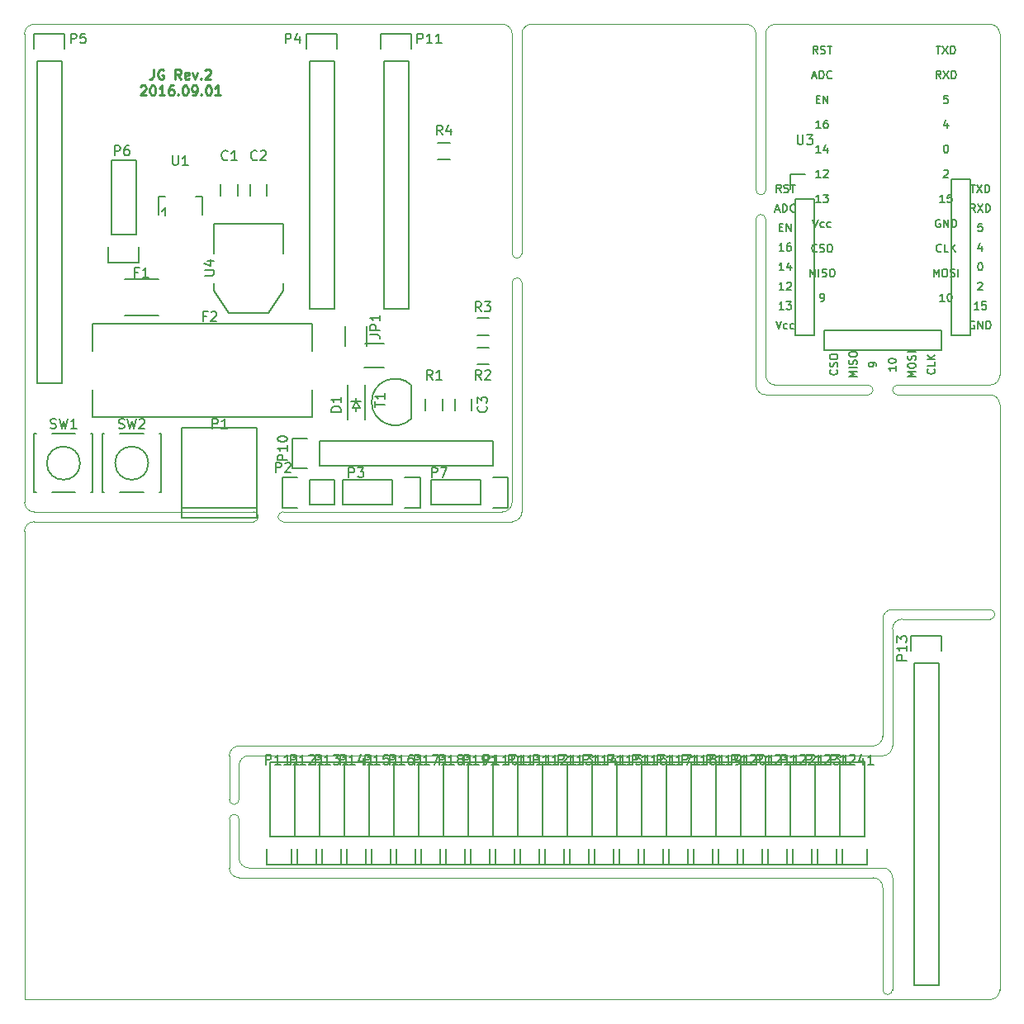
<source format=gto>
G04 #@! TF.FileFunction,Legend,Top*
%FSLAX46Y46*%
G04 Gerber Fmt 4.6, Leading zero omitted, Abs format (unit mm)*
G04 Created by KiCad (PCBNEW 4.0.2+dfsg1-stable) date Thu 29 Sep 2016 01:56:18 PM PDT*
%MOMM*%
G01*
G04 APERTURE LIST*
%ADD10C,0.100000*%
%ADD11C,0.250000*%
%ADD12C,0.010000*%
%ADD13C,0.150000*%
G04 APERTURE END LIST*
D10*
D11*
X13238096Y-4627381D02*
X13238096Y-5341667D01*
X13190476Y-5484524D01*
X13095238Y-5579762D01*
X12952381Y-5627381D01*
X12857143Y-5627381D01*
X14238096Y-4675000D02*
X14142858Y-4627381D01*
X14000001Y-4627381D01*
X13857143Y-4675000D01*
X13761905Y-4770238D01*
X13714286Y-4865476D01*
X13666667Y-5055952D01*
X13666667Y-5198810D01*
X13714286Y-5389286D01*
X13761905Y-5484524D01*
X13857143Y-5579762D01*
X14000001Y-5627381D01*
X14095239Y-5627381D01*
X14238096Y-5579762D01*
X14285715Y-5532143D01*
X14285715Y-5198810D01*
X14095239Y-5198810D01*
X16047620Y-5627381D02*
X15714286Y-5151190D01*
X15476191Y-5627381D02*
X15476191Y-4627381D01*
X15857144Y-4627381D01*
X15952382Y-4675000D01*
X16000001Y-4722619D01*
X16047620Y-4817857D01*
X16047620Y-4960714D01*
X16000001Y-5055952D01*
X15952382Y-5103571D01*
X15857144Y-5151190D01*
X15476191Y-5151190D01*
X16857144Y-5579762D02*
X16761906Y-5627381D01*
X16571429Y-5627381D01*
X16476191Y-5579762D01*
X16428572Y-5484524D01*
X16428572Y-5103571D01*
X16476191Y-5008333D01*
X16571429Y-4960714D01*
X16761906Y-4960714D01*
X16857144Y-5008333D01*
X16904763Y-5103571D01*
X16904763Y-5198810D01*
X16428572Y-5294048D01*
X17238096Y-4960714D02*
X17476191Y-5627381D01*
X17714287Y-4960714D01*
X18095239Y-5532143D02*
X18142858Y-5579762D01*
X18095239Y-5627381D01*
X18047620Y-5579762D01*
X18095239Y-5532143D01*
X18095239Y-5627381D01*
X18523810Y-4722619D02*
X18571429Y-4675000D01*
X18666667Y-4627381D01*
X18904763Y-4627381D01*
X19000001Y-4675000D01*
X19047620Y-4722619D01*
X19095239Y-4817857D01*
X19095239Y-4913095D01*
X19047620Y-5055952D01*
X18476191Y-5627381D01*
X19095239Y-5627381D01*
X11904762Y-6372619D02*
X11952381Y-6325000D01*
X12047619Y-6277381D01*
X12285715Y-6277381D01*
X12380953Y-6325000D01*
X12428572Y-6372619D01*
X12476191Y-6467857D01*
X12476191Y-6563095D01*
X12428572Y-6705952D01*
X11857143Y-7277381D01*
X12476191Y-7277381D01*
X13095238Y-6277381D02*
X13190477Y-6277381D01*
X13285715Y-6325000D01*
X13333334Y-6372619D01*
X13380953Y-6467857D01*
X13428572Y-6658333D01*
X13428572Y-6896429D01*
X13380953Y-7086905D01*
X13333334Y-7182143D01*
X13285715Y-7229762D01*
X13190477Y-7277381D01*
X13095238Y-7277381D01*
X13000000Y-7229762D01*
X12952381Y-7182143D01*
X12904762Y-7086905D01*
X12857143Y-6896429D01*
X12857143Y-6658333D01*
X12904762Y-6467857D01*
X12952381Y-6372619D01*
X13000000Y-6325000D01*
X13095238Y-6277381D01*
X14380953Y-7277381D02*
X13809524Y-7277381D01*
X14095238Y-7277381D02*
X14095238Y-6277381D01*
X14000000Y-6420238D01*
X13904762Y-6515476D01*
X13809524Y-6563095D01*
X15238096Y-6277381D02*
X15047619Y-6277381D01*
X14952381Y-6325000D01*
X14904762Y-6372619D01*
X14809524Y-6515476D01*
X14761905Y-6705952D01*
X14761905Y-7086905D01*
X14809524Y-7182143D01*
X14857143Y-7229762D01*
X14952381Y-7277381D01*
X15142858Y-7277381D01*
X15238096Y-7229762D01*
X15285715Y-7182143D01*
X15333334Y-7086905D01*
X15333334Y-6848810D01*
X15285715Y-6753571D01*
X15238096Y-6705952D01*
X15142858Y-6658333D01*
X14952381Y-6658333D01*
X14857143Y-6705952D01*
X14809524Y-6753571D01*
X14761905Y-6848810D01*
X15761905Y-7182143D02*
X15809524Y-7229762D01*
X15761905Y-7277381D01*
X15714286Y-7229762D01*
X15761905Y-7182143D01*
X15761905Y-7277381D01*
X16428571Y-6277381D02*
X16523810Y-6277381D01*
X16619048Y-6325000D01*
X16666667Y-6372619D01*
X16714286Y-6467857D01*
X16761905Y-6658333D01*
X16761905Y-6896429D01*
X16714286Y-7086905D01*
X16666667Y-7182143D01*
X16619048Y-7229762D01*
X16523810Y-7277381D01*
X16428571Y-7277381D01*
X16333333Y-7229762D01*
X16285714Y-7182143D01*
X16238095Y-7086905D01*
X16190476Y-6896429D01*
X16190476Y-6658333D01*
X16238095Y-6467857D01*
X16285714Y-6372619D01*
X16333333Y-6325000D01*
X16428571Y-6277381D01*
X17238095Y-7277381D02*
X17428571Y-7277381D01*
X17523810Y-7229762D01*
X17571429Y-7182143D01*
X17666667Y-7039286D01*
X17714286Y-6848810D01*
X17714286Y-6467857D01*
X17666667Y-6372619D01*
X17619048Y-6325000D01*
X17523810Y-6277381D01*
X17333333Y-6277381D01*
X17238095Y-6325000D01*
X17190476Y-6372619D01*
X17142857Y-6467857D01*
X17142857Y-6705952D01*
X17190476Y-6801190D01*
X17238095Y-6848810D01*
X17333333Y-6896429D01*
X17523810Y-6896429D01*
X17619048Y-6848810D01*
X17666667Y-6801190D01*
X17714286Y-6705952D01*
X18142857Y-7182143D02*
X18190476Y-7229762D01*
X18142857Y-7277381D01*
X18095238Y-7229762D01*
X18142857Y-7182143D01*
X18142857Y-7277381D01*
X18809523Y-6277381D02*
X18904762Y-6277381D01*
X19000000Y-6325000D01*
X19047619Y-6372619D01*
X19095238Y-6467857D01*
X19142857Y-6658333D01*
X19142857Y-6896429D01*
X19095238Y-7086905D01*
X19047619Y-7182143D01*
X19000000Y-7229762D01*
X18904762Y-7277381D01*
X18809523Y-7277381D01*
X18714285Y-7229762D01*
X18666666Y-7182143D01*
X18619047Y-7086905D01*
X18571428Y-6896429D01*
X18571428Y-6658333D01*
X18619047Y-6467857D01*
X18666666Y-6372619D01*
X18714285Y-6325000D01*
X18809523Y-6277381D01*
X20095238Y-7277381D02*
X19523809Y-7277381D01*
X19809523Y-7277381D02*
X19809523Y-6277381D01*
X19714285Y-6420238D01*
X19619047Y-6515476D01*
X19523809Y-6563095D01*
D12*
X0Y-49000000D02*
G75*
G03X1000000Y-50000000I1000000J0D01*
G01*
X1000000Y-51000000D02*
G75*
G03X0Y-52000000I0J-1000000D01*
G01*
X24000000Y-50500000D02*
G75*
G03X23500000Y-50000000I-500000J0D01*
G01*
X23500000Y-51000000D02*
G75*
G03X24000000Y-50500000I0J500000D01*
G01*
X26000000Y-50500000D02*
G75*
G03X26500000Y-51000000I500000J0D01*
G01*
X26500000Y-50000000D02*
G75*
G03X26000000Y-50500000I0J-500000D01*
G01*
X49000000Y-50000000D02*
G75*
G03X50000000Y-49000000I0J1000000D01*
G01*
X50000000Y-51000000D02*
G75*
G03X51000000Y-50000000I0J1000000D01*
G01*
X1000000Y0D02*
G75*
G03X0Y-1000000I0J-1000000D01*
G01*
X52000000Y0D02*
G75*
G03X51000000Y-1000000I0J-1000000D01*
G01*
X50000000Y-1000000D02*
G75*
G03X49000000Y0I-1000000J0D01*
G01*
X51000000Y-26500000D02*
G75*
G03X50500000Y-26000000I-500000J0D01*
G01*
X50500000Y-26000000D02*
G75*
G03X50000000Y-26500000I0J-500000D01*
G01*
X50500000Y-24000000D02*
G75*
G03X51000000Y-23500000I0J500000D01*
G01*
X50000000Y-23500000D02*
G75*
G03X50500000Y-24000000I500000J0D01*
G01*
X77000000Y0D02*
G75*
G03X76000000Y-1000000I0J-1000000D01*
G01*
X75000000Y-1000000D02*
G75*
G03X74000000Y0I-1000000J0D01*
G01*
X76000000Y-20000000D02*
G75*
G03X75500000Y-19500000I-500000J0D01*
G01*
X75500000Y-19500000D02*
G75*
G03X75000000Y-20000000I0J-500000D01*
G01*
X75500000Y-17500000D02*
G75*
G03X76000000Y-17000000I0J500000D01*
G01*
X75000000Y-17000000D02*
G75*
G03X75500000Y-17500000I500000J0D01*
G01*
X75000000Y-37000000D02*
G75*
G03X76000000Y-38000000I1000000J0D01*
G01*
X76000000Y-36000000D02*
G75*
G03X77000000Y-37000000I1000000J0D01*
G01*
X89000000Y-37500000D02*
G75*
G03X89500000Y-38000000I500000J0D01*
G01*
X89500000Y-37000000D02*
G75*
G03X89000000Y-37500000I0J-500000D01*
G01*
X86500000Y-38000000D02*
G75*
G03X87000000Y-37500000I0J500000D01*
G01*
X87000000Y-37500000D02*
G75*
G03X86500000Y-37000000I-500000J0D01*
G01*
X100000000Y-39000000D02*
G75*
G03X99000000Y-38000000I-1000000J0D01*
G01*
X99000000Y-37000000D02*
G75*
G03X100000000Y-36000000I0J1000000D01*
G01*
X100000000Y-1000000D02*
G75*
G03X99000000Y0I-1000000J0D01*
G01*
X99000000Y-100000000D02*
G75*
G03X100000000Y-99000000I0J1000000D01*
G01*
X99000000Y-61000000D02*
G75*
G03X99500000Y-60500000I0J500000D01*
G01*
X99500000Y-60500000D02*
G75*
G03X99000000Y-60000000I-500000J0D01*
G01*
X89000000Y-60000000D02*
G75*
G03X88000000Y-61000000I0J-1000000D01*
G01*
X90000000Y-61000000D02*
G75*
G03X89000000Y-62000000I0J-1000000D01*
G01*
X88000000Y-75000000D02*
G75*
G03X89000000Y-74000000I0J1000000D01*
G01*
X87000000Y-74000000D02*
G75*
G03X88000000Y-73000000I0J1000000D01*
G01*
X22000000Y-74000000D02*
G75*
G03X21000000Y-75000000I0J-1000000D01*
G01*
X23000000Y-75000000D02*
G75*
G03X22000000Y-76000000I0J-1000000D01*
G01*
X21500000Y-80000000D02*
G75*
G03X22000000Y-79500000I0J500000D01*
G01*
X21000000Y-79500000D02*
G75*
G03X21500000Y-80000000I500000J0D01*
G01*
X21500000Y-81000000D02*
G75*
G03X21000000Y-81500000I0J-500000D01*
G01*
X22000000Y-81500000D02*
G75*
G03X21500000Y-81000000I-500000J0D01*
G01*
X21000000Y-86500000D02*
G75*
G03X22000000Y-87500000I1000000J0D01*
G01*
X22000000Y-85500000D02*
G75*
G03X23000000Y-86500000I1000000J0D01*
G01*
X89000000Y-87500000D02*
G75*
G03X88000000Y-86500000I-1000000J0D01*
G01*
X88000000Y-88500000D02*
G75*
G03X87000000Y-87500000I-1000000J0D01*
G01*
X88500000Y-99500000D02*
G75*
G03X89000000Y-99000000I0J500000D01*
G01*
X88000000Y-99000000D02*
G75*
G03X88500000Y-99500000I500000J0D01*
G01*
X50000000Y-23500000D02*
X50000000Y-1000000D01*
X1000000Y-50000000D02*
X23500000Y-50000000D01*
X23500000Y-51000000D02*
X1000000Y-51000000D01*
X26500000Y-50000000D02*
X49000000Y-50000000D01*
X50000000Y-51000000D02*
X26500000Y-51000000D01*
X51000000Y-50000000D02*
X51000000Y-26500000D01*
X50000000Y-26500000D02*
X50000000Y-49000000D01*
X51000000Y-23500000D02*
X51000000Y-1000000D01*
X1000000Y0D02*
X49000000Y0D01*
X0Y-49000000D02*
X0Y-1000000D01*
X0Y-100000000D02*
X0Y-52000000D01*
X52000000Y0D02*
X74000000Y0D01*
X76000000Y-36000000D02*
X76000000Y-20000000D01*
X75000000Y-20000000D02*
X75000000Y-37000000D01*
X76000000Y-1000000D02*
X76000000Y-17000000D01*
X75000000Y-17000000D02*
X75000000Y-1000000D01*
X100000000Y-39000000D02*
X100000000Y-99000000D01*
X99000000Y0D02*
X77000000Y0D01*
X100000000Y-36000000D02*
X100000000Y-1000000D01*
X76000000Y-38000000D02*
X86500000Y-38000000D01*
X86500000Y-37000000D02*
X77000000Y-37000000D01*
X89500000Y-38000000D02*
X99000000Y-38000000D01*
X99000000Y-37000000D02*
X89500000Y-37000000D01*
X99000000Y-100000000D02*
X0Y-100000000D01*
X90000000Y-61000000D02*
X99000000Y-61000000D01*
X99000000Y-60000000D02*
X89000000Y-60000000D01*
X88000000Y-88500000D02*
X88000000Y-99000000D01*
X89000000Y-99000000D02*
X89000000Y-87500000D01*
X22000000Y-87500000D02*
X87000000Y-87500000D01*
X22000000Y-85500000D02*
X22000000Y-81500000D01*
X88000000Y-86500000D02*
X23000000Y-86500000D01*
X21000000Y-81500000D02*
X21000000Y-86500000D01*
X22000000Y-79500000D02*
X22000000Y-76000000D01*
X21000000Y-75000000D02*
X21000000Y-79500000D01*
X22000000Y-74000000D02*
X87000000Y-74000000D01*
X88000000Y-75000000D02*
X23000000Y-75000000D01*
X89000000Y-62000000D02*
X89000000Y-74000000D01*
X88000000Y-61000000D02*
X88000000Y-73000000D01*
D13*
X77563905Y-17245905D02*
X77297238Y-16864952D01*
X77106762Y-17245905D02*
X77106762Y-16445905D01*
X77411524Y-16445905D01*
X77487715Y-16484000D01*
X77525810Y-16522095D01*
X77563905Y-16598286D01*
X77563905Y-16712571D01*
X77525810Y-16788762D01*
X77487715Y-16826857D01*
X77411524Y-16864952D01*
X77106762Y-16864952D01*
X77868667Y-17207810D02*
X77982953Y-17245905D01*
X78173429Y-17245905D01*
X78249619Y-17207810D01*
X78287715Y-17169714D01*
X78325810Y-17093524D01*
X78325810Y-17017333D01*
X78287715Y-16941143D01*
X78249619Y-16903048D01*
X78173429Y-16864952D01*
X78021048Y-16826857D01*
X77944857Y-16788762D01*
X77906762Y-16750667D01*
X77868667Y-16674476D01*
X77868667Y-16598286D01*
X77906762Y-16522095D01*
X77944857Y-16484000D01*
X78021048Y-16445905D01*
X78211524Y-16445905D01*
X78325810Y-16484000D01*
X78554381Y-16445905D02*
X79011524Y-16445905D01*
X78782953Y-17245905D02*
X78782953Y-16445905D01*
X87363905Y-35036381D02*
X87363905Y-34884000D01*
X87325810Y-34807809D01*
X87287714Y-34769714D01*
X87173429Y-34693523D01*
X87021048Y-34655428D01*
X86716286Y-34655428D01*
X86640095Y-34693523D01*
X86602000Y-34731619D01*
X86563905Y-34807809D01*
X86563905Y-34960190D01*
X86602000Y-35036381D01*
X86640095Y-35074476D01*
X86716286Y-35112571D01*
X86906762Y-35112571D01*
X86982952Y-35074476D01*
X87021048Y-35036381D01*
X87059143Y-34960190D01*
X87059143Y-34807809D01*
X87021048Y-34731619D01*
X86982952Y-34693523D01*
X86906762Y-34655428D01*
X93222857Y-25881905D02*
X93222857Y-25081905D01*
X93489524Y-25653333D01*
X93756191Y-25081905D01*
X93756191Y-25881905D01*
X94289524Y-25081905D02*
X94441905Y-25081905D01*
X94518096Y-25120000D01*
X94594286Y-25196190D01*
X94632381Y-25348571D01*
X94632381Y-25615238D01*
X94594286Y-25767619D01*
X94518096Y-25843810D01*
X94441905Y-25881905D01*
X94289524Y-25881905D01*
X94213334Y-25843810D01*
X94137143Y-25767619D01*
X94099048Y-25615238D01*
X94099048Y-25348571D01*
X94137143Y-25196190D01*
X94213334Y-25120000D01*
X94289524Y-25081905D01*
X94937143Y-25843810D02*
X95051429Y-25881905D01*
X95241905Y-25881905D01*
X95318095Y-25843810D01*
X95356191Y-25805714D01*
X95394286Y-25729524D01*
X95394286Y-25653333D01*
X95356191Y-25577143D01*
X95318095Y-25539048D01*
X95241905Y-25500952D01*
X95089524Y-25462857D01*
X95013333Y-25424762D01*
X94975238Y-25386667D01*
X94937143Y-25310476D01*
X94937143Y-25234286D01*
X94975238Y-25158095D01*
X95013333Y-25120000D01*
X95089524Y-25081905D01*
X95280000Y-25081905D01*
X95394286Y-25120000D01*
X95737143Y-25881905D02*
X95737143Y-25081905D01*
X93470476Y-2221905D02*
X93927619Y-2221905D01*
X93699048Y-3021905D02*
X93699048Y-2221905D01*
X94118096Y-2221905D02*
X94651429Y-3021905D01*
X94651429Y-2221905D02*
X94118096Y-3021905D01*
X94956191Y-3021905D02*
X94956191Y-2221905D01*
X95146667Y-2221905D01*
X95260953Y-2260000D01*
X95337144Y-2336190D01*
X95375239Y-2412381D01*
X95413334Y-2564762D01*
X95413334Y-2679048D01*
X95375239Y-2831429D01*
X95337144Y-2907619D01*
X95260953Y-2983810D01*
X95146667Y-3021905D01*
X94956191Y-3021905D01*
X93946667Y-5561905D02*
X93680000Y-5180952D01*
X93489524Y-5561905D02*
X93489524Y-4761905D01*
X93794286Y-4761905D01*
X93870477Y-4800000D01*
X93908572Y-4838095D01*
X93946667Y-4914286D01*
X93946667Y-5028571D01*
X93908572Y-5104762D01*
X93870477Y-5142857D01*
X93794286Y-5180952D01*
X93489524Y-5180952D01*
X94213334Y-4761905D02*
X94746667Y-5561905D01*
X94746667Y-4761905D02*
X94213334Y-5561905D01*
X95051429Y-5561905D02*
X95051429Y-4761905D01*
X95241905Y-4761905D01*
X95356191Y-4800000D01*
X95432382Y-4876190D01*
X95470477Y-4952381D01*
X95508572Y-5104762D01*
X95508572Y-5219048D01*
X95470477Y-5371429D01*
X95432382Y-5447619D01*
X95356191Y-5523810D01*
X95241905Y-5561905D01*
X95051429Y-5561905D01*
X94670477Y-7301905D02*
X94289524Y-7301905D01*
X94251429Y-7682857D01*
X94289524Y-7644762D01*
X94365715Y-7606667D01*
X94556191Y-7606667D01*
X94632381Y-7644762D01*
X94670477Y-7682857D01*
X94708572Y-7759048D01*
X94708572Y-7949524D01*
X94670477Y-8025714D01*
X94632381Y-8063810D01*
X94556191Y-8101905D01*
X94365715Y-8101905D01*
X94289524Y-8063810D01*
X94251429Y-8025714D01*
X94632381Y-10108571D02*
X94632381Y-10641905D01*
X94441905Y-9803810D02*
X94251429Y-10375238D01*
X94746667Y-10375238D01*
X94441905Y-12381905D02*
X94518096Y-12381905D01*
X94594286Y-12420000D01*
X94632381Y-12458095D01*
X94670477Y-12534286D01*
X94708572Y-12686667D01*
X94708572Y-12877143D01*
X94670477Y-13029524D01*
X94632381Y-13105714D01*
X94594286Y-13143810D01*
X94518096Y-13181905D01*
X94441905Y-13181905D01*
X94365715Y-13143810D01*
X94327619Y-13105714D01*
X94289524Y-13029524D01*
X94251429Y-12877143D01*
X94251429Y-12686667D01*
X94289524Y-12534286D01*
X94327619Y-12458095D01*
X94365715Y-12420000D01*
X94441905Y-12381905D01*
X94251429Y-14998095D02*
X94289524Y-14960000D01*
X94365715Y-14921905D01*
X94556191Y-14921905D01*
X94632381Y-14960000D01*
X94670477Y-14998095D01*
X94708572Y-15074286D01*
X94708572Y-15150476D01*
X94670477Y-15264762D01*
X94213334Y-15721905D01*
X94708572Y-15721905D01*
X94327619Y-18261905D02*
X93870476Y-18261905D01*
X94099047Y-18261905D02*
X94099047Y-17461905D01*
X94022857Y-17576190D01*
X93946666Y-17652381D01*
X93870476Y-17690476D01*
X95051429Y-17461905D02*
X94670476Y-17461905D01*
X94632381Y-17842857D01*
X94670476Y-17804762D01*
X94746667Y-17766667D01*
X94937143Y-17766667D01*
X95013333Y-17804762D01*
X95051429Y-17842857D01*
X95089524Y-17919048D01*
X95089524Y-18109524D01*
X95051429Y-18185714D01*
X95013333Y-18223810D01*
X94937143Y-18261905D01*
X94746667Y-18261905D01*
X94670476Y-18223810D01*
X94632381Y-18185714D01*
X93870477Y-20040000D02*
X93794286Y-20001905D01*
X93680001Y-20001905D01*
X93565715Y-20040000D01*
X93489524Y-20116190D01*
X93451429Y-20192381D01*
X93413334Y-20344762D01*
X93413334Y-20459048D01*
X93451429Y-20611429D01*
X93489524Y-20687619D01*
X93565715Y-20763810D01*
X93680001Y-20801905D01*
X93756191Y-20801905D01*
X93870477Y-20763810D01*
X93908572Y-20725714D01*
X93908572Y-20459048D01*
X93756191Y-20459048D01*
X94251429Y-20801905D02*
X94251429Y-20001905D01*
X94708572Y-20801905D01*
X94708572Y-20001905D01*
X95089524Y-20801905D02*
X95089524Y-20001905D01*
X95280000Y-20001905D01*
X95394286Y-20040000D01*
X95470477Y-20116190D01*
X95508572Y-20192381D01*
X95546667Y-20344762D01*
X95546667Y-20459048D01*
X95508572Y-20611429D01*
X95470477Y-20687619D01*
X95394286Y-20763810D01*
X95280000Y-20801905D01*
X95089524Y-20801905D01*
X94003810Y-23265714D02*
X93965715Y-23303810D01*
X93851429Y-23341905D01*
X93775239Y-23341905D01*
X93660953Y-23303810D01*
X93584762Y-23227619D01*
X93546667Y-23151429D01*
X93508572Y-22999048D01*
X93508572Y-22884762D01*
X93546667Y-22732381D01*
X93584762Y-22656190D01*
X93660953Y-22580000D01*
X93775239Y-22541905D01*
X93851429Y-22541905D01*
X93965715Y-22580000D01*
X94003810Y-22618095D01*
X94727620Y-23341905D02*
X94346667Y-23341905D01*
X94346667Y-22541905D01*
X94994286Y-23341905D02*
X94994286Y-22541905D01*
X95451429Y-23341905D02*
X95108572Y-22884762D01*
X95451429Y-22541905D02*
X94994286Y-22999048D01*
X94327619Y-28421905D02*
X93870476Y-28421905D01*
X94099047Y-28421905D02*
X94099047Y-27621905D01*
X94022857Y-27736190D01*
X93946666Y-27812381D01*
X93870476Y-27850476D01*
X94822857Y-27621905D02*
X94899048Y-27621905D01*
X94975238Y-27660000D01*
X95013333Y-27698095D01*
X95051429Y-27774286D01*
X95089524Y-27926667D01*
X95089524Y-28117143D01*
X95051429Y-28269524D01*
X95013333Y-28345714D01*
X94975238Y-28383810D01*
X94899048Y-28421905D01*
X94822857Y-28421905D01*
X94746667Y-28383810D01*
X94708571Y-28345714D01*
X94670476Y-28269524D01*
X94632381Y-28117143D01*
X94632381Y-27926667D01*
X94670476Y-27774286D01*
X94708571Y-27698095D01*
X94746667Y-27660000D01*
X94822857Y-27621905D01*
X81627619Y-28421905D02*
X81780000Y-28421905D01*
X81856191Y-28383810D01*
X81894286Y-28345714D01*
X81970477Y-28231429D01*
X82008572Y-28079048D01*
X82008572Y-27774286D01*
X81970477Y-27698095D01*
X81932381Y-27660000D01*
X81856191Y-27621905D01*
X81703810Y-27621905D01*
X81627619Y-27660000D01*
X81589524Y-27698095D01*
X81551429Y-27774286D01*
X81551429Y-27964762D01*
X81589524Y-28040952D01*
X81627619Y-28079048D01*
X81703810Y-28117143D01*
X81856191Y-28117143D01*
X81932381Y-28079048D01*
X81970477Y-28040952D01*
X82008572Y-27964762D01*
X80522857Y-25881905D02*
X80522857Y-25081905D01*
X80789524Y-25653333D01*
X81056191Y-25081905D01*
X81056191Y-25881905D01*
X81437143Y-25881905D02*
X81437143Y-25081905D01*
X81780000Y-25843810D02*
X81894286Y-25881905D01*
X82084762Y-25881905D01*
X82160952Y-25843810D01*
X82199048Y-25805714D01*
X82237143Y-25729524D01*
X82237143Y-25653333D01*
X82199048Y-25577143D01*
X82160952Y-25539048D01*
X82084762Y-25500952D01*
X81932381Y-25462857D01*
X81856190Y-25424762D01*
X81818095Y-25386667D01*
X81780000Y-25310476D01*
X81780000Y-25234286D01*
X81818095Y-25158095D01*
X81856190Y-25120000D01*
X81932381Y-25081905D01*
X82122857Y-25081905D01*
X82237143Y-25120000D01*
X82732381Y-25081905D02*
X82884762Y-25081905D01*
X82960953Y-25120000D01*
X83037143Y-25196190D01*
X83075238Y-25348571D01*
X83075238Y-25615238D01*
X83037143Y-25767619D01*
X82960953Y-25843810D01*
X82884762Y-25881905D01*
X82732381Y-25881905D01*
X82656191Y-25843810D01*
X82580000Y-25767619D01*
X82541905Y-25615238D01*
X82541905Y-25348571D01*
X82580000Y-25196190D01*
X82656191Y-25120000D01*
X82732381Y-25081905D01*
X81227619Y-23265714D02*
X81189524Y-23303810D01*
X81075238Y-23341905D01*
X80999048Y-23341905D01*
X80884762Y-23303810D01*
X80808571Y-23227619D01*
X80770476Y-23151429D01*
X80732381Y-22999048D01*
X80732381Y-22884762D01*
X80770476Y-22732381D01*
X80808571Y-22656190D01*
X80884762Y-22580000D01*
X80999048Y-22541905D01*
X81075238Y-22541905D01*
X81189524Y-22580000D01*
X81227619Y-22618095D01*
X81532381Y-23303810D02*
X81646667Y-23341905D01*
X81837143Y-23341905D01*
X81913333Y-23303810D01*
X81951429Y-23265714D01*
X81989524Y-23189524D01*
X81989524Y-23113333D01*
X81951429Y-23037143D01*
X81913333Y-22999048D01*
X81837143Y-22960952D01*
X81684762Y-22922857D01*
X81608571Y-22884762D01*
X81570476Y-22846667D01*
X81532381Y-22770476D01*
X81532381Y-22694286D01*
X81570476Y-22618095D01*
X81608571Y-22580000D01*
X81684762Y-22541905D01*
X81875238Y-22541905D01*
X81989524Y-22580000D01*
X82484762Y-22541905D02*
X82637143Y-22541905D01*
X82713334Y-22580000D01*
X82789524Y-22656190D01*
X82827619Y-22808571D01*
X82827619Y-23075238D01*
X82789524Y-23227619D01*
X82713334Y-23303810D01*
X82637143Y-23341905D01*
X82484762Y-23341905D01*
X82408572Y-23303810D01*
X82332381Y-23227619D01*
X82294286Y-23075238D01*
X82294286Y-22808571D01*
X82332381Y-22656190D01*
X82408572Y-22580000D01*
X82484762Y-22541905D01*
X80827619Y-20001905D02*
X81094286Y-20801905D01*
X81360953Y-20001905D01*
X81970476Y-20763810D02*
X81894286Y-20801905D01*
X81741905Y-20801905D01*
X81665714Y-20763810D01*
X81627619Y-20725714D01*
X81589524Y-20649524D01*
X81589524Y-20420952D01*
X81627619Y-20344762D01*
X81665714Y-20306667D01*
X81741905Y-20268571D01*
X81894286Y-20268571D01*
X81970476Y-20306667D01*
X82656190Y-20763810D02*
X82580000Y-20801905D01*
X82427619Y-20801905D01*
X82351428Y-20763810D01*
X82313333Y-20725714D01*
X82275238Y-20649524D01*
X82275238Y-20420952D01*
X82313333Y-20344762D01*
X82351428Y-20306667D01*
X82427619Y-20268571D01*
X82580000Y-20268571D01*
X82656190Y-20306667D01*
X81627619Y-18261905D02*
X81170476Y-18261905D01*
X81399047Y-18261905D02*
X81399047Y-17461905D01*
X81322857Y-17576190D01*
X81246666Y-17652381D01*
X81170476Y-17690476D01*
X81894286Y-17461905D02*
X82389524Y-17461905D01*
X82122857Y-17766667D01*
X82237143Y-17766667D01*
X82313333Y-17804762D01*
X82351429Y-17842857D01*
X82389524Y-17919048D01*
X82389524Y-18109524D01*
X82351429Y-18185714D01*
X82313333Y-18223810D01*
X82237143Y-18261905D01*
X82008571Y-18261905D01*
X81932381Y-18223810D01*
X81894286Y-18185714D01*
X81627619Y-15721905D02*
X81170476Y-15721905D01*
X81399047Y-15721905D02*
X81399047Y-14921905D01*
X81322857Y-15036190D01*
X81246666Y-15112381D01*
X81170476Y-15150476D01*
X81932381Y-14998095D02*
X81970476Y-14960000D01*
X82046667Y-14921905D01*
X82237143Y-14921905D01*
X82313333Y-14960000D01*
X82351429Y-14998095D01*
X82389524Y-15074286D01*
X82389524Y-15150476D01*
X82351429Y-15264762D01*
X81894286Y-15721905D01*
X82389524Y-15721905D01*
X81627619Y-13181905D02*
X81170476Y-13181905D01*
X81399047Y-13181905D02*
X81399047Y-12381905D01*
X81322857Y-12496190D01*
X81246666Y-12572381D01*
X81170476Y-12610476D01*
X82313333Y-12648571D02*
X82313333Y-13181905D01*
X82122857Y-12343810D02*
X81932381Y-12915238D01*
X82427619Y-12915238D01*
X81627619Y-10641905D02*
X81170476Y-10641905D01*
X81399047Y-10641905D02*
X81399047Y-9841905D01*
X81322857Y-9956190D01*
X81246666Y-10032381D01*
X81170476Y-10070476D01*
X82313333Y-9841905D02*
X82160952Y-9841905D01*
X82084762Y-9880000D01*
X82046667Y-9918095D01*
X81970476Y-10032381D01*
X81932381Y-10184762D01*
X81932381Y-10489524D01*
X81970476Y-10565714D01*
X82008571Y-10603810D01*
X82084762Y-10641905D01*
X82237143Y-10641905D01*
X82313333Y-10603810D01*
X82351429Y-10565714D01*
X82389524Y-10489524D01*
X82389524Y-10299048D01*
X82351429Y-10222857D01*
X82313333Y-10184762D01*
X82237143Y-10146667D01*
X82084762Y-10146667D01*
X82008571Y-10184762D01*
X81970476Y-10222857D01*
X81932381Y-10299048D01*
X81189524Y-7682857D02*
X81456191Y-7682857D01*
X81570477Y-8101905D02*
X81189524Y-8101905D01*
X81189524Y-7301905D01*
X81570477Y-7301905D01*
X81913334Y-8101905D02*
X81913334Y-7301905D01*
X82370477Y-8101905D01*
X82370477Y-7301905D01*
X80789524Y-5333333D02*
X81170476Y-5333333D01*
X80713333Y-5561905D02*
X80980000Y-4761905D01*
X81246667Y-5561905D01*
X81513333Y-5561905D02*
X81513333Y-4761905D01*
X81703809Y-4761905D01*
X81818095Y-4800000D01*
X81894286Y-4876190D01*
X81932381Y-4952381D01*
X81970476Y-5104762D01*
X81970476Y-5219048D01*
X81932381Y-5371429D01*
X81894286Y-5447619D01*
X81818095Y-5523810D01*
X81703809Y-5561905D01*
X81513333Y-5561905D01*
X82770476Y-5485714D02*
X82732381Y-5523810D01*
X82618095Y-5561905D01*
X82541905Y-5561905D01*
X82427619Y-5523810D01*
X82351428Y-5447619D01*
X82313333Y-5371429D01*
X82275238Y-5219048D01*
X82275238Y-5104762D01*
X82313333Y-4952381D01*
X82351428Y-4876190D01*
X82427619Y-4800000D01*
X82541905Y-4761905D01*
X82618095Y-4761905D01*
X82732381Y-4800000D01*
X82770476Y-4838095D01*
X81341905Y-3021905D02*
X81075238Y-2640952D01*
X80884762Y-3021905D02*
X80884762Y-2221905D01*
X81189524Y-2221905D01*
X81265715Y-2260000D01*
X81303810Y-2298095D01*
X81341905Y-2374286D01*
X81341905Y-2488571D01*
X81303810Y-2564762D01*
X81265715Y-2602857D01*
X81189524Y-2640952D01*
X80884762Y-2640952D01*
X81646667Y-2983810D02*
X81760953Y-3021905D01*
X81951429Y-3021905D01*
X82027619Y-2983810D01*
X82065715Y-2945714D01*
X82103810Y-2869524D01*
X82103810Y-2793333D01*
X82065715Y-2717143D01*
X82027619Y-2679048D01*
X81951429Y-2640952D01*
X81799048Y-2602857D01*
X81722857Y-2564762D01*
X81684762Y-2526667D01*
X81646667Y-2450476D01*
X81646667Y-2374286D01*
X81684762Y-2298095D01*
X81722857Y-2260000D01*
X81799048Y-2221905D01*
X81989524Y-2221905D01*
X82103810Y-2260000D01*
X82332381Y-2221905D02*
X82789524Y-2221905D01*
X82560953Y-3021905D02*
X82560953Y-2221905D01*
X96992476Y-16445905D02*
X97449619Y-16445905D01*
X97221048Y-17245905D02*
X97221048Y-16445905D01*
X97640096Y-16445905D02*
X98173429Y-17245905D01*
X98173429Y-16445905D02*
X97640096Y-17245905D01*
X98478191Y-17245905D02*
X98478191Y-16445905D01*
X98668667Y-16445905D01*
X98782953Y-16484000D01*
X98859144Y-16560190D01*
X98897239Y-16636381D01*
X98935334Y-16788762D01*
X98935334Y-16903048D01*
X98897239Y-17055429D01*
X98859144Y-17131619D01*
X98782953Y-17207810D01*
X98668667Y-17245905D01*
X98478191Y-17245905D01*
X97468667Y-19245905D02*
X97202000Y-18864952D01*
X97011524Y-19245905D02*
X97011524Y-18445905D01*
X97316286Y-18445905D01*
X97392477Y-18484000D01*
X97430572Y-18522095D01*
X97468667Y-18598286D01*
X97468667Y-18712571D01*
X97430572Y-18788762D01*
X97392477Y-18826857D01*
X97316286Y-18864952D01*
X97011524Y-18864952D01*
X97735334Y-18445905D02*
X98268667Y-19245905D01*
X98268667Y-18445905D02*
X97735334Y-19245905D01*
X98573429Y-19245905D02*
X98573429Y-18445905D01*
X98763905Y-18445905D01*
X98878191Y-18484000D01*
X98954382Y-18560190D01*
X98992477Y-18636381D01*
X99030572Y-18788762D01*
X99030572Y-18903048D01*
X98992477Y-19055429D01*
X98954382Y-19131619D01*
X98878191Y-19207810D01*
X98763905Y-19245905D01*
X98573429Y-19245905D01*
X98192477Y-20445905D02*
X97811524Y-20445905D01*
X97773429Y-20826857D01*
X97811524Y-20788762D01*
X97887715Y-20750667D01*
X98078191Y-20750667D01*
X98154381Y-20788762D01*
X98192477Y-20826857D01*
X98230572Y-20903048D01*
X98230572Y-21093524D01*
X98192477Y-21169714D01*
X98154381Y-21207810D01*
X98078191Y-21245905D01*
X97887715Y-21245905D01*
X97811524Y-21207810D01*
X97773429Y-21169714D01*
X98154381Y-22712571D02*
X98154381Y-23245905D01*
X97963905Y-22407810D02*
X97773429Y-22979238D01*
X98268667Y-22979238D01*
X97963905Y-24445905D02*
X98040096Y-24445905D01*
X98116286Y-24484000D01*
X98154381Y-24522095D01*
X98192477Y-24598286D01*
X98230572Y-24750667D01*
X98230572Y-24941143D01*
X98192477Y-25093524D01*
X98154381Y-25169714D01*
X98116286Y-25207810D01*
X98040096Y-25245905D01*
X97963905Y-25245905D01*
X97887715Y-25207810D01*
X97849619Y-25169714D01*
X97811524Y-25093524D01*
X97773429Y-24941143D01*
X97773429Y-24750667D01*
X97811524Y-24598286D01*
X97849619Y-24522095D01*
X97887715Y-24484000D01*
X97963905Y-24445905D01*
X97773429Y-26522095D02*
X97811524Y-26484000D01*
X97887715Y-26445905D01*
X98078191Y-26445905D01*
X98154381Y-26484000D01*
X98192477Y-26522095D01*
X98230572Y-26598286D01*
X98230572Y-26674476D01*
X98192477Y-26788762D01*
X97735334Y-27245905D01*
X98230572Y-27245905D01*
X97849619Y-29245905D02*
X97392476Y-29245905D01*
X97621047Y-29245905D02*
X97621047Y-28445905D01*
X97544857Y-28560190D01*
X97468666Y-28636381D01*
X97392476Y-28674476D01*
X98573429Y-28445905D02*
X98192476Y-28445905D01*
X98154381Y-28826857D01*
X98192476Y-28788762D01*
X98268667Y-28750667D01*
X98459143Y-28750667D01*
X98535333Y-28788762D01*
X98573429Y-28826857D01*
X98611524Y-28903048D01*
X98611524Y-29093524D01*
X98573429Y-29169714D01*
X98535333Y-29207810D01*
X98459143Y-29245905D01*
X98268667Y-29245905D01*
X98192476Y-29207810D01*
X98154381Y-29169714D01*
X97392477Y-30484000D02*
X97316286Y-30445905D01*
X97202001Y-30445905D01*
X97087715Y-30484000D01*
X97011524Y-30560190D01*
X96973429Y-30636381D01*
X96935334Y-30788762D01*
X96935334Y-30903048D01*
X96973429Y-31055429D01*
X97011524Y-31131619D01*
X97087715Y-31207810D01*
X97202001Y-31245905D01*
X97278191Y-31245905D01*
X97392477Y-31207810D01*
X97430572Y-31169714D01*
X97430572Y-30903048D01*
X97278191Y-30903048D01*
X97773429Y-31245905D02*
X97773429Y-30445905D01*
X98230572Y-31245905D01*
X98230572Y-30445905D01*
X98611524Y-31245905D02*
X98611524Y-30445905D01*
X98802000Y-30445905D01*
X98916286Y-30484000D01*
X98992477Y-30560190D01*
X99030572Y-30636381D01*
X99068667Y-30788762D01*
X99068667Y-30903048D01*
X99030572Y-31055429D01*
X98992477Y-31131619D01*
X98916286Y-31207810D01*
X98802000Y-31245905D01*
X98611524Y-31245905D01*
X93287714Y-35360190D02*
X93325810Y-35398285D01*
X93363905Y-35512571D01*
X93363905Y-35588761D01*
X93325810Y-35703047D01*
X93249619Y-35779238D01*
X93173429Y-35817333D01*
X93021048Y-35855428D01*
X92906762Y-35855428D01*
X92754381Y-35817333D01*
X92678190Y-35779238D01*
X92602000Y-35703047D01*
X92563905Y-35588761D01*
X92563905Y-35512571D01*
X92602000Y-35398285D01*
X92640095Y-35360190D01*
X93363905Y-34636380D02*
X93363905Y-35017333D01*
X92563905Y-35017333D01*
X93363905Y-34369714D02*
X92563905Y-34369714D01*
X93363905Y-33912571D02*
X92906762Y-34255428D01*
X92563905Y-33912571D02*
X93021048Y-34369714D01*
X91363905Y-36141143D02*
X90563905Y-36141143D01*
X91135333Y-35874476D01*
X90563905Y-35607809D01*
X91363905Y-35607809D01*
X90563905Y-35074476D02*
X90563905Y-34922095D01*
X90602000Y-34845904D01*
X90678190Y-34769714D01*
X90830571Y-34731619D01*
X91097238Y-34731619D01*
X91249619Y-34769714D01*
X91325810Y-34845904D01*
X91363905Y-34922095D01*
X91363905Y-35074476D01*
X91325810Y-35150666D01*
X91249619Y-35226857D01*
X91097238Y-35264952D01*
X90830571Y-35264952D01*
X90678190Y-35226857D01*
X90602000Y-35150666D01*
X90563905Y-35074476D01*
X91325810Y-34426857D02*
X91363905Y-34312571D01*
X91363905Y-34122095D01*
X91325810Y-34045905D01*
X91287714Y-34007809D01*
X91211524Y-33969714D01*
X91135333Y-33969714D01*
X91059143Y-34007809D01*
X91021048Y-34045905D01*
X90982952Y-34122095D01*
X90944857Y-34274476D01*
X90906762Y-34350667D01*
X90868667Y-34388762D01*
X90792476Y-34426857D01*
X90716286Y-34426857D01*
X90640095Y-34388762D01*
X90602000Y-34350667D01*
X90563905Y-34274476D01*
X90563905Y-34084000D01*
X90602000Y-33969714D01*
X91363905Y-33626857D02*
X90563905Y-33626857D01*
X89363905Y-35036381D02*
X89363905Y-35493524D01*
X89363905Y-35264953D02*
X88563905Y-35264953D01*
X88678190Y-35341143D01*
X88754381Y-35417334D01*
X88792476Y-35493524D01*
X88563905Y-34541143D02*
X88563905Y-34464952D01*
X88602000Y-34388762D01*
X88640095Y-34350667D01*
X88716286Y-34312571D01*
X88868667Y-34274476D01*
X89059143Y-34274476D01*
X89211524Y-34312571D01*
X89287714Y-34350667D01*
X89325810Y-34388762D01*
X89363905Y-34464952D01*
X89363905Y-34541143D01*
X89325810Y-34617333D01*
X89287714Y-34655429D01*
X89211524Y-34693524D01*
X89059143Y-34731619D01*
X88868667Y-34731619D01*
X88716286Y-34693524D01*
X88640095Y-34655429D01*
X88602000Y-34617333D01*
X88563905Y-34541143D01*
X85363905Y-36141143D02*
X84563905Y-36141143D01*
X85135333Y-35874476D01*
X84563905Y-35607809D01*
X85363905Y-35607809D01*
X85363905Y-35226857D02*
X84563905Y-35226857D01*
X85325810Y-34884000D02*
X85363905Y-34769714D01*
X85363905Y-34579238D01*
X85325810Y-34503048D01*
X85287714Y-34464952D01*
X85211524Y-34426857D01*
X85135333Y-34426857D01*
X85059143Y-34464952D01*
X85021048Y-34503048D01*
X84982952Y-34579238D01*
X84944857Y-34731619D01*
X84906762Y-34807810D01*
X84868667Y-34845905D01*
X84792476Y-34884000D01*
X84716286Y-34884000D01*
X84640095Y-34845905D01*
X84602000Y-34807810D01*
X84563905Y-34731619D01*
X84563905Y-34541143D01*
X84602000Y-34426857D01*
X84563905Y-33931619D02*
X84563905Y-33779238D01*
X84602000Y-33703047D01*
X84678190Y-33626857D01*
X84830571Y-33588762D01*
X85097238Y-33588762D01*
X85249619Y-33626857D01*
X85325810Y-33703047D01*
X85363905Y-33779238D01*
X85363905Y-33931619D01*
X85325810Y-34007809D01*
X85249619Y-34084000D01*
X85097238Y-34122095D01*
X84830571Y-34122095D01*
X84678190Y-34084000D01*
X84602000Y-34007809D01*
X84563905Y-33931619D01*
X83287714Y-35436381D02*
X83325810Y-35474476D01*
X83363905Y-35588762D01*
X83363905Y-35664952D01*
X83325810Y-35779238D01*
X83249619Y-35855429D01*
X83173429Y-35893524D01*
X83021048Y-35931619D01*
X82906762Y-35931619D01*
X82754381Y-35893524D01*
X82678190Y-35855429D01*
X82602000Y-35779238D01*
X82563905Y-35664952D01*
X82563905Y-35588762D01*
X82602000Y-35474476D01*
X82640095Y-35436381D01*
X83325810Y-35131619D02*
X83363905Y-35017333D01*
X83363905Y-34826857D01*
X83325810Y-34750667D01*
X83287714Y-34712571D01*
X83211524Y-34674476D01*
X83135333Y-34674476D01*
X83059143Y-34712571D01*
X83021048Y-34750667D01*
X82982952Y-34826857D01*
X82944857Y-34979238D01*
X82906762Y-35055429D01*
X82868667Y-35093524D01*
X82792476Y-35131619D01*
X82716286Y-35131619D01*
X82640095Y-35093524D01*
X82602000Y-35055429D01*
X82563905Y-34979238D01*
X82563905Y-34788762D01*
X82602000Y-34674476D01*
X82563905Y-34179238D02*
X82563905Y-34026857D01*
X82602000Y-33950666D01*
X82678190Y-33874476D01*
X82830571Y-33836381D01*
X83097238Y-33836381D01*
X83249619Y-33874476D01*
X83325810Y-33950666D01*
X83363905Y-34026857D01*
X83363905Y-34179238D01*
X83325810Y-34255428D01*
X83249619Y-34331619D01*
X83097238Y-34369714D01*
X82830571Y-34369714D01*
X82678190Y-34331619D01*
X82602000Y-34255428D01*
X82563905Y-34179238D01*
X77049619Y-30445905D02*
X77316286Y-31245905D01*
X77582953Y-30445905D01*
X78192476Y-31207810D02*
X78116286Y-31245905D01*
X77963905Y-31245905D01*
X77887714Y-31207810D01*
X77849619Y-31169714D01*
X77811524Y-31093524D01*
X77811524Y-30864952D01*
X77849619Y-30788762D01*
X77887714Y-30750667D01*
X77963905Y-30712571D01*
X78116286Y-30712571D01*
X78192476Y-30750667D01*
X78878190Y-31207810D02*
X78802000Y-31245905D01*
X78649619Y-31245905D01*
X78573428Y-31207810D01*
X78535333Y-31169714D01*
X78497238Y-31093524D01*
X78497238Y-30864952D01*
X78535333Y-30788762D01*
X78573428Y-30750667D01*
X78649619Y-30712571D01*
X78802000Y-30712571D01*
X78878190Y-30750667D01*
X77849619Y-29245905D02*
X77392476Y-29245905D01*
X77621047Y-29245905D02*
X77621047Y-28445905D01*
X77544857Y-28560190D01*
X77468666Y-28636381D01*
X77392476Y-28674476D01*
X78116286Y-28445905D02*
X78611524Y-28445905D01*
X78344857Y-28750667D01*
X78459143Y-28750667D01*
X78535333Y-28788762D01*
X78573429Y-28826857D01*
X78611524Y-28903048D01*
X78611524Y-29093524D01*
X78573429Y-29169714D01*
X78535333Y-29207810D01*
X78459143Y-29245905D01*
X78230571Y-29245905D01*
X78154381Y-29207810D01*
X78116286Y-29169714D01*
X77849619Y-27245905D02*
X77392476Y-27245905D01*
X77621047Y-27245905D02*
X77621047Y-26445905D01*
X77544857Y-26560190D01*
X77468666Y-26636381D01*
X77392476Y-26674476D01*
X78154381Y-26522095D02*
X78192476Y-26484000D01*
X78268667Y-26445905D01*
X78459143Y-26445905D01*
X78535333Y-26484000D01*
X78573429Y-26522095D01*
X78611524Y-26598286D01*
X78611524Y-26674476D01*
X78573429Y-26788762D01*
X78116286Y-27245905D01*
X78611524Y-27245905D01*
X77849619Y-25245905D02*
X77392476Y-25245905D01*
X77621047Y-25245905D02*
X77621047Y-24445905D01*
X77544857Y-24560190D01*
X77468666Y-24636381D01*
X77392476Y-24674476D01*
X78535333Y-24712571D02*
X78535333Y-25245905D01*
X78344857Y-24407810D02*
X78154381Y-24979238D01*
X78649619Y-24979238D01*
X77849619Y-23245905D02*
X77392476Y-23245905D01*
X77621047Y-23245905D02*
X77621047Y-22445905D01*
X77544857Y-22560190D01*
X77468666Y-22636381D01*
X77392476Y-22674476D01*
X78535333Y-22445905D02*
X78382952Y-22445905D01*
X78306762Y-22484000D01*
X78268667Y-22522095D01*
X78192476Y-22636381D01*
X78154381Y-22788762D01*
X78154381Y-23093524D01*
X78192476Y-23169714D01*
X78230571Y-23207810D01*
X78306762Y-23245905D01*
X78459143Y-23245905D01*
X78535333Y-23207810D01*
X78573429Y-23169714D01*
X78611524Y-23093524D01*
X78611524Y-22903048D01*
X78573429Y-22826857D01*
X78535333Y-22788762D01*
X78459143Y-22750667D01*
X78306762Y-22750667D01*
X78230571Y-22788762D01*
X78192476Y-22826857D01*
X78154381Y-22903048D01*
X77411524Y-20826857D02*
X77678191Y-20826857D01*
X77792477Y-21245905D02*
X77411524Y-21245905D01*
X77411524Y-20445905D01*
X77792477Y-20445905D01*
X78135334Y-21245905D02*
X78135334Y-20445905D01*
X78592477Y-21245905D01*
X78592477Y-20445905D01*
X77011524Y-19017333D02*
X77392476Y-19017333D01*
X76935333Y-19245905D02*
X77202000Y-18445905D01*
X77468667Y-19245905D01*
X77735333Y-19245905D02*
X77735333Y-18445905D01*
X77925809Y-18445905D01*
X78040095Y-18484000D01*
X78116286Y-18560190D01*
X78154381Y-18636381D01*
X78192476Y-18788762D01*
X78192476Y-18903048D01*
X78154381Y-19055429D01*
X78116286Y-19131619D01*
X78040095Y-19207810D01*
X77925809Y-19245905D01*
X77735333Y-19245905D01*
X78992476Y-19169714D02*
X78954381Y-19207810D01*
X78840095Y-19245905D01*
X78763905Y-19245905D01*
X78649619Y-19207810D01*
X78573428Y-19131619D01*
X78535333Y-19055429D01*
X78497238Y-18903048D01*
X78497238Y-18788762D01*
X78535333Y-18636381D01*
X78573428Y-18560190D01*
X78649619Y-18484000D01*
X78763905Y-18445905D01*
X78840095Y-18445905D01*
X78954381Y-18484000D01*
X78992476Y-18522095D01*
X86106000Y-83312000D02*
X86106000Y-75692000D01*
X83566000Y-83312000D02*
X83566000Y-75692000D01*
X83286000Y-86132000D02*
X83286000Y-84582000D01*
X86106000Y-75692000D02*
X83566000Y-75692000D01*
X83566000Y-83312000D02*
X86106000Y-83312000D01*
X86386000Y-84582000D02*
X86386000Y-86132000D01*
X86386000Y-86132000D02*
X83286000Y-86132000D01*
X83566000Y-83312000D02*
X83566000Y-75692000D01*
X81026000Y-83312000D02*
X81026000Y-75692000D01*
X80746000Y-86132000D02*
X80746000Y-84582000D01*
X83566000Y-75692000D02*
X81026000Y-75692000D01*
X81026000Y-83312000D02*
X83566000Y-83312000D01*
X83846000Y-84582000D02*
X83846000Y-86132000D01*
X83846000Y-86132000D02*
X80746000Y-86132000D01*
X81026000Y-83312000D02*
X81026000Y-75692000D01*
X78486000Y-83312000D02*
X78486000Y-75692000D01*
X78206000Y-86132000D02*
X78206000Y-84582000D01*
X81026000Y-75692000D02*
X78486000Y-75692000D01*
X78486000Y-83312000D02*
X81026000Y-83312000D01*
X81306000Y-84582000D02*
X81306000Y-86132000D01*
X81306000Y-86132000D02*
X78206000Y-86132000D01*
X78486000Y-83312000D02*
X78486000Y-75692000D01*
X75946000Y-83312000D02*
X75946000Y-75692000D01*
X75666000Y-86132000D02*
X75666000Y-84582000D01*
X78486000Y-75692000D02*
X75946000Y-75692000D01*
X75946000Y-83312000D02*
X78486000Y-83312000D01*
X78766000Y-84582000D02*
X78766000Y-86132000D01*
X78766000Y-86132000D02*
X75666000Y-86132000D01*
X75946000Y-83312000D02*
X75946000Y-75692000D01*
X73406000Y-83312000D02*
X73406000Y-75692000D01*
X73126000Y-86132000D02*
X73126000Y-84582000D01*
X75946000Y-75692000D02*
X73406000Y-75692000D01*
X73406000Y-83312000D02*
X75946000Y-83312000D01*
X76226000Y-84582000D02*
X76226000Y-86132000D01*
X76226000Y-86132000D02*
X73126000Y-86132000D01*
X73406000Y-83312000D02*
X73406000Y-75692000D01*
X70866000Y-83312000D02*
X70866000Y-75692000D01*
X70586000Y-86132000D02*
X70586000Y-84582000D01*
X73406000Y-75692000D02*
X70866000Y-75692000D01*
X70866000Y-83312000D02*
X73406000Y-83312000D01*
X73686000Y-84582000D02*
X73686000Y-86132000D01*
X73686000Y-86132000D02*
X70586000Y-86132000D01*
X70866000Y-83312000D02*
X70866000Y-75692000D01*
X68326000Y-83312000D02*
X68326000Y-75692000D01*
X68046000Y-86132000D02*
X68046000Y-84582000D01*
X70866000Y-75692000D02*
X68326000Y-75692000D01*
X68326000Y-83312000D02*
X70866000Y-83312000D01*
X71146000Y-84582000D02*
X71146000Y-86132000D01*
X71146000Y-86132000D02*
X68046000Y-86132000D01*
X68326000Y-83312000D02*
X68326000Y-75692000D01*
X65786000Y-83312000D02*
X65786000Y-75692000D01*
X65506000Y-86132000D02*
X65506000Y-84582000D01*
X68326000Y-75692000D02*
X65786000Y-75692000D01*
X65786000Y-83312000D02*
X68326000Y-83312000D01*
X68606000Y-84582000D02*
X68606000Y-86132000D01*
X68606000Y-86132000D02*
X65506000Y-86132000D01*
X65786000Y-83312000D02*
X65786000Y-75692000D01*
X63246000Y-83312000D02*
X63246000Y-75692000D01*
X62966000Y-86132000D02*
X62966000Y-84582000D01*
X65786000Y-75692000D02*
X63246000Y-75692000D01*
X63246000Y-83312000D02*
X65786000Y-83312000D01*
X66066000Y-84582000D02*
X66066000Y-86132000D01*
X66066000Y-86132000D02*
X62966000Y-86132000D01*
X63246000Y-83312000D02*
X63246000Y-75692000D01*
X60706000Y-83312000D02*
X60706000Y-75692000D01*
X60426000Y-86132000D02*
X60426000Y-84582000D01*
X63246000Y-75692000D02*
X60706000Y-75692000D01*
X60706000Y-83312000D02*
X63246000Y-83312000D01*
X63526000Y-84582000D02*
X63526000Y-86132000D01*
X63526000Y-86132000D02*
X60426000Y-86132000D01*
X60706000Y-83312000D02*
X60706000Y-75692000D01*
X58166000Y-83312000D02*
X58166000Y-75692000D01*
X57886000Y-86132000D02*
X57886000Y-84582000D01*
X60706000Y-75692000D02*
X58166000Y-75692000D01*
X58166000Y-83312000D02*
X60706000Y-83312000D01*
X60986000Y-84582000D02*
X60986000Y-86132000D01*
X60986000Y-86132000D02*
X57886000Y-86132000D01*
X58166000Y-83312000D02*
X58166000Y-75692000D01*
X55626000Y-83312000D02*
X55626000Y-75692000D01*
X55346000Y-86132000D02*
X55346000Y-84582000D01*
X58166000Y-75692000D02*
X55626000Y-75692000D01*
X55626000Y-83312000D02*
X58166000Y-83312000D01*
X58446000Y-84582000D02*
X58446000Y-86132000D01*
X58446000Y-86132000D02*
X55346000Y-86132000D01*
X55626000Y-83312000D02*
X55626000Y-75692000D01*
X53086000Y-83312000D02*
X53086000Y-75692000D01*
X52806000Y-86132000D02*
X52806000Y-84582000D01*
X55626000Y-75692000D02*
X53086000Y-75692000D01*
X53086000Y-83312000D02*
X55626000Y-83312000D01*
X55906000Y-84582000D02*
X55906000Y-86132000D01*
X55906000Y-86132000D02*
X52806000Y-86132000D01*
X53086000Y-83312000D02*
X53086000Y-75692000D01*
X50546000Y-83312000D02*
X50546000Y-75692000D01*
X50266000Y-86132000D02*
X50266000Y-84582000D01*
X53086000Y-75692000D02*
X50546000Y-75692000D01*
X50546000Y-83312000D02*
X53086000Y-83312000D01*
X53366000Y-84582000D02*
X53366000Y-86132000D01*
X53366000Y-86132000D02*
X50266000Y-86132000D01*
X50546000Y-83312000D02*
X50546000Y-75692000D01*
X48006000Y-83312000D02*
X48006000Y-75692000D01*
X47726000Y-86132000D02*
X47726000Y-84582000D01*
X50546000Y-75692000D02*
X48006000Y-75692000D01*
X48006000Y-83312000D02*
X50546000Y-83312000D01*
X50826000Y-84582000D02*
X50826000Y-86132000D01*
X50826000Y-86132000D02*
X47726000Y-86132000D01*
X48006000Y-83312000D02*
X48006000Y-75692000D01*
X45466000Y-83312000D02*
X45466000Y-75692000D01*
X45186000Y-86132000D02*
X45186000Y-84582000D01*
X48006000Y-75692000D02*
X45466000Y-75692000D01*
X45466000Y-83312000D02*
X48006000Y-83312000D01*
X48286000Y-84582000D02*
X48286000Y-86132000D01*
X48286000Y-86132000D02*
X45186000Y-86132000D01*
X45466000Y-83312000D02*
X45466000Y-75692000D01*
X42926000Y-83312000D02*
X42926000Y-75692000D01*
X42646000Y-86132000D02*
X42646000Y-84582000D01*
X45466000Y-75692000D02*
X42926000Y-75692000D01*
X42926000Y-83312000D02*
X45466000Y-83312000D01*
X45746000Y-84582000D02*
X45746000Y-86132000D01*
X45746000Y-86132000D02*
X42646000Y-86132000D01*
X42926000Y-83312000D02*
X42926000Y-75692000D01*
X40386000Y-83312000D02*
X40386000Y-75692000D01*
X40106000Y-86132000D02*
X40106000Y-84582000D01*
X42926000Y-75692000D02*
X40386000Y-75692000D01*
X40386000Y-83312000D02*
X42926000Y-83312000D01*
X43206000Y-84582000D02*
X43206000Y-86132000D01*
X43206000Y-86132000D02*
X40106000Y-86132000D01*
X40386000Y-83312000D02*
X40386000Y-75692000D01*
X37846000Y-83312000D02*
X37846000Y-75692000D01*
X37566000Y-86132000D02*
X37566000Y-84582000D01*
X40386000Y-75692000D02*
X37846000Y-75692000D01*
X37846000Y-83312000D02*
X40386000Y-83312000D01*
X40666000Y-84582000D02*
X40666000Y-86132000D01*
X40666000Y-86132000D02*
X37566000Y-86132000D01*
X37846000Y-83312000D02*
X37846000Y-75692000D01*
X35306000Y-83312000D02*
X35306000Y-75692000D01*
X35026000Y-86132000D02*
X35026000Y-84582000D01*
X37846000Y-75692000D02*
X35306000Y-75692000D01*
X35306000Y-83312000D02*
X37846000Y-83312000D01*
X38126000Y-84582000D02*
X38126000Y-86132000D01*
X38126000Y-86132000D02*
X35026000Y-86132000D01*
X35306000Y-83312000D02*
X35306000Y-75692000D01*
X32766000Y-83312000D02*
X32766000Y-75692000D01*
X32486000Y-86132000D02*
X32486000Y-84582000D01*
X35306000Y-75692000D02*
X32766000Y-75692000D01*
X32766000Y-83312000D02*
X35306000Y-83312000D01*
X35586000Y-84582000D02*
X35586000Y-86132000D01*
X35586000Y-86132000D02*
X32486000Y-86132000D01*
X32766000Y-83312000D02*
X32766000Y-75692000D01*
X30226000Y-83312000D02*
X30226000Y-75692000D01*
X29946000Y-86132000D02*
X29946000Y-84582000D01*
X32766000Y-75692000D02*
X30226000Y-75692000D01*
X30226000Y-83312000D02*
X32766000Y-83312000D01*
X33046000Y-84582000D02*
X33046000Y-86132000D01*
X33046000Y-86132000D02*
X29946000Y-86132000D01*
X30226000Y-83312000D02*
X30226000Y-75692000D01*
X27686000Y-83312000D02*
X27686000Y-75692000D01*
X27406000Y-86132000D02*
X27406000Y-84582000D01*
X30226000Y-75692000D02*
X27686000Y-75692000D01*
X27686000Y-83312000D02*
X30226000Y-83312000D01*
X30506000Y-84582000D02*
X30506000Y-86132000D01*
X30506000Y-86132000D02*
X27406000Y-86132000D01*
X16149360Y-49599180D02*
X23850640Y-49599180D01*
X16149360Y-50599940D02*
X23850640Y-50599940D01*
X23850640Y-50599940D02*
X23850640Y-41400060D01*
X23850640Y-41400060D02*
X16149360Y-41400060D01*
X16149360Y-41400060D02*
X16149360Y-50599940D01*
X48000000Y-49550000D02*
X49550000Y-49550000D01*
X49550000Y-49550000D02*
X49550000Y-46450000D01*
X49550000Y-46450000D02*
X48000000Y-46450000D01*
X46730000Y-49270000D02*
X41650000Y-49270000D01*
X41650000Y-49270000D02*
X41650000Y-46730000D01*
X41650000Y-46730000D02*
X46730000Y-46730000D01*
X46730000Y-46730000D02*
X46730000Y-49270000D01*
X97002000Y-15884000D02*
X97002000Y-17884000D01*
X95002000Y-17884000D02*
X95002000Y-15884000D01*
X94002000Y-33384000D02*
X82002000Y-33384000D01*
X82002000Y-31384000D02*
X94002000Y-31384000D01*
X82002000Y-33384000D02*
X82002000Y-31384000D01*
X94002000Y-31384000D02*
X94002000Y-33384000D01*
X95002000Y-31884000D02*
X95002000Y-17884000D01*
X97002000Y-31884000D02*
X95002000Y-31884000D01*
X97002000Y-17884000D02*
X97002000Y-31884000D01*
X95002000Y-15884000D02*
X97002000Y-15884000D01*
X79002000Y-17884000D02*
X81002000Y-17884000D01*
X81002000Y-17884000D02*
X81002000Y-31884000D01*
X81002000Y-31884000D02*
X79002000Y-31884000D01*
X79002000Y-31884000D02*
X79002000Y-17884000D01*
X78502000Y-16884000D02*
X78502000Y-15384000D01*
X78502000Y-15384000D02*
X80002000Y-15384000D01*
X21875000Y-16400000D02*
X21875000Y-17600000D01*
X20125000Y-17600000D02*
X20125000Y-16400000D01*
X13727200Y-26120400D02*
X10272800Y-26120400D01*
X13727200Y-29879600D02*
X10272800Y-29879600D01*
X46400000Y-30125000D02*
X47600000Y-30125000D01*
X47600000Y-31875000D02*
X46400000Y-31875000D01*
X43600000Y-13875000D02*
X42400000Y-13875000D01*
X42400000Y-12125000D02*
X43600000Y-12125000D01*
X24875000Y-16400000D02*
X24875000Y-17600000D01*
X23125000Y-17600000D02*
X23125000Y-16400000D01*
X46400000Y-33125000D02*
X47600000Y-33125000D01*
X47600000Y-34875000D02*
X46400000Y-34875000D01*
X14100080Y-19200660D02*
X14349000Y-18900940D01*
X14349000Y-18900940D02*
X14450600Y-18751080D01*
X14450600Y-18751080D02*
X14450600Y-19599440D01*
X13749560Y-17699520D02*
X13749560Y-19500380D01*
X13749560Y-17699520D02*
X14399800Y-17699520D01*
X18250440Y-17699520D02*
X18250440Y-19500380D01*
X18250440Y-17699520D02*
X17600200Y-17699520D01*
X29270000Y-46730000D02*
X31810000Y-46730000D01*
X26450000Y-46450000D02*
X28000000Y-46450000D01*
X29270000Y-46730000D02*
X29270000Y-49270000D01*
X28000000Y-49550000D02*
X26450000Y-49550000D01*
X26450000Y-49550000D02*
X26450000Y-46450000D01*
X29270000Y-49270000D02*
X31810000Y-49270000D01*
X31810000Y-49270000D02*
X31810000Y-46730000D01*
X37730000Y-46730000D02*
X32650000Y-46730000D01*
X32650000Y-46730000D02*
X32650000Y-49270000D01*
X32650000Y-49270000D02*
X37730000Y-49270000D01*
X40550000Y-49550000D02*
X39000000Y-49550000D01*
X37730000Y-49270000D02*
X37730000Y-46730000D01*
X39000000Y-46450000D02*
X40550000Y-46450000D01*
X40550000Y-46450000D02*
X40550000Y-49550000D01*
X8000000Y-42000000D02*
X8200000Y-42000000D01*
X14000000Y-42000000D02*
X13800000Y-42000000D01*
X14000000Y-48000000D02*
X13800000Y-48000000D01*
X8000000Y-48000000D02*
X8200000Y-48000000D01*
X9800000Y-48000000D02*
X12200000Y-48000000D01*
X9800000Y-42000000D02*
X12200000Y-42000000D01*
X8000000Y-42000000D02*
X8000000Y-48000000D01*
X14000000Y-48000000D02*
X14000000Y-42000000D01*
X12700000Y-45000000D02*
G75*
G03X12700000Y-45000000I-1700000J0D01*
G01*
X7000000Y-48000000D02*
X6800000Y-48000000D01*
X1000000Y-48000000D02*
X1200000Y-48000000D01*
X1000000Y-42000000D02*
X1200000Y-42000000D01*
X7000000Y-42000000D02*
X6800000Y-42000000D01*
X5200000Y-42000000D02*
X2800000Y-42000000D01*
X5200000Y-48000000D02*
X2800000Y-48000000D01*
X7000000Y-48000000D02*
X7000000Y-42000000D01*
X1000000Y-42000000D02*
X1000000Y-48000000D01*
X5700000Y-45000000D02*
G75*
G03X5700000Y-45000000I-1700000J0D01*
G01*
X3810000Y-3810000D02*
X3810000Y-36830000D01*
X3810000Y-36830000D02*
X1270000Y-36830000D01*
X1270000Y-36830000D02*
X1270000Y-3810000D01*
X990000Y-990000D02*
X990000Y-2540000D01*
X1270000Y-3810000D02*
X3810000Y-3810000D01*
X4090000Y-2540000D02*
X4090000Y-990000D01*
X4090000Y-990000D02*
X990000Y-990000D01*
X8890000Y-21590000D02*
X8890000Y-13970000D01*
X11430000Y-21590000D02*
X11430000Y-13970000D01*
X11710000Y-24410000D02*
X11710000Y-22860000D01*
X8890000Y-13970000D02*
X11430000Y-13970000D01*
X11430000Y-21590000D02*
X8890000Y-21590000D01*
X8610000Y-22860000D02*
X8610000Y-24410000D01*
X8610000Y-24410000D02*
X11710000Y-24410000D01*
X44125000Y-39600000D02*
X44125000Y-38400000D01*
X45875000Y-38400000D02*
X45875000Y-39600000D01*
X34000000Y-39317500D02*
X34000000Y-39698500D01*
X34000000Y-38301500D02*
X34000000Y-38682500D01*
X34000000Y-38682500D02*
X34381000Y-39317500D01*
X34381000Y-39317500D02*
X33619000Y-39317500D01*
X33619000Y-39317500D02*
X34000000Y-38682500D01*
X34508000Y-38682500D02*
X33492000Y-38682500D01*
X33100000Y-37000000D02*
X33100000Y-40540000D01*
X34900000Y-37000000D02*
X34900000Y-40540000D01*
X41125000Y-39600000D02*
X41125000Y-38400000D01*
X42875000Y-38400000D02*
X42875000Y-39600000D01*
X26556000Y-23476000D02*
X26556000Y-20428000D01*
X26556000Y-20428000D02*
X19444000Y-20428000D01*
X19444000Y-20428000D02*
X19444000Y-23476000D01*
X26556000Y-26524000D02*
X26556000Y-27286000D01*
X26556000Y-27286000D02*
X25032000Y-29572000D01*
X25032000Y-29572000D02*
X20968000Y-29572000D01*
X20968000Y-29572000D02*
X19444000Y-27286000D01*
X19444000Y-27286000D02*
X19444000Y-26524000D01*
X30270000Y-45270000D02*
X48050000Y-45270000D01*
X48050000Y-45270000D02*
X48050000Y-42730000D01*
X48050000Y-42730000D02*
X30270000Y-42730000D01*
X27450000Y-45550000D02*
X29000000Y-45550000D01*
X30270000Y-45270000D02*
X30270000Y-42730000D01*
X29000000Y-42450000D02*
X27450000Y-42450000D01*
X27450000Y-42450000D02*
X27450000Y-45550000D01*
X31750000Y-3810000D02*
X31750000Y-29210000D01*
X31750000Y-29210000D02*
X29210000Y-29210000D01*
X29210000Y-29210000D02*
X29210000Y-3810000D01*
X32030000Y-990000D02*
X32030000Y-2540000D01*
X31750000Y-3810000D02*
X29210000Y-3810000D01*
X28930000Y-2540000D02*
X28930000Y-990000D01*
X28930000Y-990000D02*
X32030000Y-990000D01*
X39370000Y-3810000D02*
X39370000Y-29210000D01*
X39370000Y-29210000D02*
X36830000Y-29210000D01*
X36830000Y-29210000D02*
X36830000Y-3810000D01*
X39650000Y-990000D02*
X39650000Y-2540000D01*
X39370000Y-3810000D02*
X36830000Y-3810000D01*
X36550000Y-2540000D02*
X36550000Y-990000D01*
X36550000Y-990000D02*
X39650000Y-990000D01*
X91186000Y-65532000D02*
X91186000Y-98552000D01*
X91186000Y-98552000D02*
X93726000Y-98552000D01*
X93726000Y-98552000D02*
X93726000Y-65532000D01*
X94006000Y-62712000D02*
X94006000Y-64262000D01*
X93726000Y-65532000D02*
X91186000Y-65532000D01*
X90906000Y-64262000D02*
X90906000Y-62712000D01*
X90906000Y-62712000D02*
X94006000Y-62712000D01*
X27686000Y-83312000D02*
X27686000Y-75692000D01*
X25146000Y-83312000D02*
X25146000Y-75692000D01*
X24866000Y-86132000D02*
X24866000Y-84582000D01*
X27686000Y-75692000D02*
X25146000Y-75692000D01*
X25146000Y-83312000D02*
X27686000Y-83312000D01*
X27966000Y-84582000D02*
X27966000Y-86132000D01*
X27966000Y-86132000D02*
X24866000Y-86132000D01*
X29500000Y-40300000D02*
X29500000Y-37500000D01*
X29500000Y-33500000D02*
X29500000Y-30700000D01*
X7000000Y-33500000D02*
X7000000Y-30700000D01*
X7000000Y-30700000D02*
X29500000Y-30700000D01*
X7000000Y-40300000D02*
X29500000Y-40300000D01*
X7000000Y-40300000D02*
X7000000Y-37500000D01*
X39700000Y-40430000D02*
X39700000Y-37030000D01*
X39697056Y-40427056D02*
G75*
G02X35600000Y-38730000I-1697056J1697056D01*
G01*
X39697056Y-37032944D02*
G75*
G03X35600000Y-38730000I-1697056J-1697056D01*
G01*
X36875000Y-32725000D02*
X34875000Y-32725000D01*
X36850000Y-35175000D02*
X34850000Y-35175000D01*
X32925000Y-33000000D02*
X32925000Y-31000000D01*
X35075000Y-31000000D02*
X35075000Y-33000000D01*
X82669333Y-75890381D02*
X82669333Y-74890381D01*
X83050286Y-74890381D01*
X83145524Y-74938000D01*
X83193143Y-74985619D01*
X83240762Y-75080857D01*
X83240762Y-75223714D01*
X83193143Y-75318952D01*
X83145524Y-75366571D01*
X83050286Y-75414190D01*
X82669333Y-75414190D01*
X84193143Y-75890381D02*
X83621714Y-75890381D01*
X83907428Y-75890381D02*
X83907428Y-74890381D01*
X83812190Y-75033238D01*
X83716952Y-75128476D01*
X83621714Y-75176095D01*
X84574095Y-74985619D02*
X84621714Y-74938000D01*
X84716952Y-74890381D01*
X84955048Y-74890381D01*
X85050286Y-74938000D01*
X85097905Y-74985619D01*
X85145524Y-75080857D01*
X85145524Y-75176095D01*
X85097905Y-75318952D01*
X84526476Y-75890381D01*
X85145524Y-75890381D01*
X86002667Y-75223714D02*
X86002667Y-75890381D01*
X85764571Y-74842762D02*
X85526476Y-75557048D01*
X86145524Y-75557048D01*
X87050286Y-75890381D02*
X86478857Y-75890381D01*
X86764571Y-75890381D02*
X86764571Y-74890381D01*
X86669333Y-75033238D01*
X86574095Y-75128476D01*
X86478857Y-75176095D01*
X80129333Y-75890381D02*
X80129333Y-74890381D01*
X80510286Y-74890381D01*
X80605524Y-74938000D01*
X80653143Y-74985619D01*
X80700762Y-75080857D01*
X80700762Y-75223714D01*
X80653143Y-75318952D01*
X80605524Y-75366571D01*
X80510286Y-75414190D01*
X80129333Y-75414190D01*
X81653143Y-75890381D02*
X81081714Y-75890381D01*
X81367428Y-75890381D02*
X81367428Y-74890381D01*
X81272190Y-75033238D01*
X81176952Y-75128476D01*
X81081714Y-75176095D01*
X82034095Y-74985619D02*
X82081714Y-74938000D01*
X82176952Y-74890381D01*
X82415048Y-74890381D01*
X82510286Y-74938000D01*
X82557905Y-74985619D01*
X82605524Y-75080857D01*
X82605524Y-75176095D01*
X82557905Y-75318952D01*
X81986476Y-75890381D01*
X82605524Y-75890381D01*
X82938857Y-74890381D02*
X83557905Y-74890381D01*
X83224571Y-75271333D01*
X83367429Y-75271333D01*
X83462667Y-75318952D01*
X83510286Y-75366571D01*
X83557905Y-75461810D01*
X83557905Y-75699905D01*
X83510286Y-75795143D01*
X83462667Y-75842762D01*
X83367429Y-75890381D01*
X83081714Y-75890381D01*
X82986476Y-75842762D01*
X82938857Y-75795143D01*
X84510286Y-75890381D02*
X83938857Y-75890381D01*
X84224571Y-75890381D02*
X84224571Y-74890381D01*
X84129333Y-75033238D01*
X84034095Y-75128476D01*
X83938857Y-75176095D01*
X77589333Y-75890381D02*
X77589333Y-74890381D01*
X77970286Y-74890381D01*
X78065524Y-74938000D01*
X78113143Y-74985619D01*
X78160762Y-75080857D01*
X78160762Y-75223714D01*
X78113143Y-75318952D01*
X78065524Y-75366571D01*
X77970286Y-75414190D01*
X77589333Y-75414190D01*
X79113143Y-75890381D02*
X78541714Y-75890381D01*
X78827428Y-75890381D02*
X78827428Y-74890381D01*
X78732190Y-75033238D01*
X78636952Y-75128476D01*
X78541714Y-75176095D01*
X79494095Y-74985619D02*
X79541714Y-74938000D01*
X79636952Y-74890381D01*
X79875048Y-74890381D01*
X79970286Y-74938000D01*
X80017905Y-74985619D01*
X80065524Y-75080857D01*
X80065524Y-75176095D01*
X80017905Y-75318952D01*
X79446476Y-75890381D01*
X80065524Y-75890381D01*
X80446476Y-74985619D02*
X80494095Y-74938000D01*
X80589333Y-74890381D01*
X80827429Y-74890381D01*
X80922667Y-74938000D01*
X80970286Y-74985619D01*
X81017905Y-75080857D01*
X81017905Y-75176095D01*
X80970286Y-75318952D01*
X80398857Y-75890381D01*
X81017905Y-75890381D01*
X81970286Y-75890381D02*
X81398857Y-75890381D01*
X81684571Y-75890381D02*
X81684571Y-74890381D01*
X81589333Y-75033238D01*
X81494095Y-75128476D01*
X81398857Y-75176095D01*
X75049333Y-75890381D02*
X75049333Y-74890381D01*
X75430286Y-74890381D01*
X75525524Y-74938000D01*
X75573143Y-74985619D01*
X75620762Y-75080857D01*
X75620762Y-75223714D01*
X75573143Y-75318952D01*
X75525524Y-75366571D01*
X75430286Y-75414190D01*
X75049333Y-75414190D01*
X76573143Y-75890381D02*
X76001714Y-75890381D01*
X76287428Y-75890381D02*
X76287428Y-74890381D01*
X76192190Y-75033238D01*
X76096952Y-75128476D01*
X76001714Y-75176095D01*
X76954095Y-74985619D02*
X77001714Y-74938000D01*
X77096952Y-74890381D01*
X77335048Y-74890381D01*
X77430286Y-74938000D01*
X77477905Y-74985619D01*
X77525524Y-75080857D01*
X77525524Y-75176095D01*
X77477905Y-75318952D01*
X76906476Y-75890381D01*
X77525524Y-75890381D01*
X78477905Y-75890381D02*
X77906476Y-75890381D01*
X78192190Y-75890381D02*
X78192190Y-74890381D01*
X78096952Y-75033238D01*
X78001714Y-75128476D01*
X77906476Y-75176095D01*
X79430286Y-75890381D02*
X78858857Y-75890381D01*
X79144571Y-75890381D02*
X79144571Y-74890381D01*
X79049333Y-75033238D01*
X78954095Y-75128476D01*
X78858857Y-75176095D01*
X72509333Y-75890381D02*
X72509333Y-74890381D01*
X72890286Y-74890381D01*
X72985524Y-74938000D01*
X73033143Y-74985619D01*
X73080762Y-75080857D01*
X73080762Y-75223714D01*
X73033143Y-75318952D01*
X72985524Y-75366571D01*
X72890286Y-75414190D01*
X72509333Y-75414190D01*
X74033143Y-75890381D02*
X73461714Y-75890381D01*
X73747428Y-75890381D02*
X73747428Y-74890381D01*
X73652190Y-75033238D01*
X73556952Y-75128476D01*
X73461714Y-75176095D01*
X74414095Y-74985619D02*
X74461714Y-74938000D01*
X74556952Y-74890381D01*
X74795048Y-74890381D01*
X74890286Y-74938000D01*
X74937905Y-74985619D01*
X74985524Y-75080857D01*
X74985524Y-75176095D01*
X74937905Y-75318952D01*
X74366476Y-75890381D01*
X74985524Y-75890381D01*
X75604571Y-74890381D02*
X75699810Y-74890381D01*
X75795048Y-74938000D01*
X75842667Y-74985619D01*
X75890286Y-75080857D01*
X75937905Y-75271333D01*
X75937905Y-75509429D01*
X75890286Y-75699905D01*
X75842667Y-75795143D01*
X75795048Y-75842762D01*
X75699810Y-75890381D01*
X75604571Y-75890381D01*
X75509333Y-75842762D01*
X75461714Y-75795143D01*
X75414095Y-75699905D01*
X75366476Y-75509429D01*
X75366476Y-75271333D01*
X75414095Y-75080857D01*
X75461714Y-74985619D01*
X75509333Y-74938000D01*
X75604571Y-74890381D01*
X76890286Y-75890381D02*
X76318857Y-75890381D01*
X76604571Y-75890381D02*
X76604571Y-74890381D01*
X76509333Y-75033238D01*
X76414095Y-75128476D01*
X76318857Y-75176095D01*
X69969333Y-75890381D02*
X69969333Y-74890381D01*
X70350286Y-74890381D01*
X70445524Y-74938000D01*
X70493143Y-74985619D01*
X70540762Y-75080857D01*
X70540762Y-75223714D01*
X70493143Y-75318952D01*
X70445524Y-75366571D01*
X70350286Y-75414190D01*
X69969333Y-75414190D01*
X71493143Y-75890381D02*
X70921714Y-75890381D01*
X71207428Y-75890381D02*
X71207428Y-74890381D01*
X71112190Y-75033238D01*
X71016952Y-75128476D01*
X70921714Y-75176095D01*
X72445524Y-75890381D02*
X71874095Y-75890381D01*
X72159809Y-75890381D02*
X72159809Y-74890381D01*
X72064571Y-75033238D01*
X71969333Y-75128476D01*
X71874095Y-75176095D01*
X72921714Y-75890381D02*
X73112190Y-75890381D01*
X73207429Y-75842762D01*
X73255048Y-75795143D01*
X73350286Y-75652286D01*
X73397905Y-75461810D01*
X73397905Y-75080857D01*
X73350286Y-74985619D01*
X73302667Y-74938000D01*
X73207429Y-74890381D01*
X73016952Y-74890381D01*
X72921714Y-74938000D01*
X72874095Y-74985619D01*
X72826476Y-75080857D01*
X72826476Y-75318952D01*
X72874095Y-75414190D01*
X72921714Y-75461810D01*
X73016952Y-75509429D01*
X73207429Y-75509429D01*
X73302667Y-75461810D01*
X73350286Y-75414190D01*
X73397905Y-75318952D01*
X74350286Y-75890381D02*
X73778857Y-75890381D01*
X74064571Y-75890381D02*
X74064571Y-74890381D01*
X73969333Y-75033238D01*
X73874095Y-75128476D01*
X73778857Y-75176095D01*
X67429333Y-75890381D02*
X67429333Y-74890381D01*
X67810286Y-74890381D01*
X67905524Y-74938000D01*
X67953143Y-74985619D01*
X68000762Y-75080857D01*
X68000762Y-75223714D01*
X67953143Y-75318952D01*
X67905524Y-75366571D01*
X67810286Y-75414190D01*
X67429333Y-75414190D01*
X68953143Y-75890381D02*
X68381714Y-75890381D01*
X68667428Y-75890381D02*
X68667428Y-74890381D01*
X68572190Y-75033238D01*
X68476952Y-75128476D01*
X68381714Y-75176095D01*
X69905524Y-75890381D02*
X69334095Y-75890381D01*
X69619809Y-75890381D02*
X69619809Y-74890381D01*
X69524571Y-75033238D01*
X69429333Y-75128476D01*
X69334095Y-75176095D01*
X70476952Y-75318952D02*
X70381714Y-75271333D01*
X70334095Y-75223714D01*
X70286476Y-75128476D01*
X70286476Y-75080857D01*
X70334095Y-74985619D01*
X70381714Y-74938000D01*
X70476952Y-74890381D01*
X70667429Y-74890381D01*
X70762667Y-74938000D01*
X70810286Y-74985619D01*
X70857905Y-75080857D01*
X70857905Y-75128476D01*
X70810286Y-75223714D01*
X70762667Y-75271333D01*
X70667429Y-75318952D01*
X70476952Y-75318952D01*
X70381714Y-75366571D01*
X70334095Y-75414190D01*
X70286476Y-75509429D01*
X70286476Y-75699905D01*
X70334095Y-75795143D01*
X70381714Y-75842762D01*
X70476952Y-75890381D01*
X70667429Y-75890381D01*
X70762667Y-75842762D01*
X70810286Y-75795143D01*
X70857905Y-75699905D01*
X70857905Y-75509429D01*
X70810286Y-75414190D01*
X70762667Y-75366571D01*
X70667429Y-75318952D01*
X71810286Y-75890381D02*
X71238857Y-75890381D01*
X71524571Y-75890381D02*
X71524571Y-74890381D01*
X71429333Y-75033238D01*
X71334095Y-75128476D01*
X71238857Y-75176095D01*
X64889333Y-75890381D02*
X64889333Y-74890381D01*
X65270286Y-74890381D01*
X65365524Y-74938000D01*
X65413143Y-74985619D01*
X65460762Y-75080857D01*
X65460762Y-75223714D01*
X65413143Y-75318952D01*
X65365524Y-75366571D01*
X65270286Y-75414190D01*
X64889333Y-75414190D01*
X66413143Y-75890381D02*
X65841714Y-75890381D01*
X66127428Y-75890381D02*
X66127428Y-74890381D01*
X66032190Y-75033238D01*
X65936952Y-75128476D01*
X65841714Y-75176095D01*
X67365524Y-75890381D02*
X66794095Y-75890381D01*
X67079809Y-75890381D02*
X67079809Y-74890381D01*
X66984571Y-75033238D01*
X66889333Y-75128476D01*
X66794095Y-75176095D01*
X67698857Y-74890381D02*
X68365524Y-74890381D01*
X67936952Y-75890381D01*
X69270286Y-75890381D02*
X68698857Y-75890381D01*
X68984571Y-75890381D02*
X68984571Y-74890381D01*
X68889333Y-75033238D01*
X68794095Y-75128476D01*
X68698857Y-75176095D01*
X62349333Y-75890381D02*
X62349333Y-74890381D01*
X62730286Y-74890381D01*
X62825524Y-74938000D01*
X62873143Y-74985619D01*
X62920762Y-75080857D01*
X62920762Y-75223714D01*
X62873143Y-75318952D01*
X62825524Y-75366571D01*
X62730286Y-75414190D01*
X62349333Y-75414190D01*
X63873143Y-75890381D02*
X63301714Y-75890381D01*
X63587428Y-75890381D02*
X63587428Y-74890381D01*
X63492190Y-75033238D01*
X63396952Y-75128476D01*
X63301714Y-75176095D01*
X64825524Y-75890381D02*
X64254095Y-75890381D01*
X64539809Y-75890381D02*
X64539809Y-74890381D01*
X64444571Y-75033238D01*
X64349333Y-75128476D01*
X64254095Y-75176095D01*
X65682667Y-74890381D02*
X65492190Y-74890381D01*
X65396952Y-74938000D01*
X65349333Y-74985619D01*
X65254095Y-75128476D01*
X65206476Y-75318952D01*
X65206476Y-75699905D01*
X65254095Y-75795143D01*
X65301714Y-75842762D01*
X65396952Y-75890381D01*
X65587429Y-75890381D01*
X65682667Y-75842762D01*
X65730286Y-75795143D01*
X65777905Y-75699905D01*
X65777905Y-75461810D01*
X65730286Y-75366571D01*
X65682667Y-75318952D01*
X65587429Y-75271333D01*
X65396952Y-75271333D01*
X65301714Y-75318952D01*
X65254095Y-75366571D01*
X65206476Y-75461810D01*
X66730286Y-75890381D02*
X66158857Y-75890381D01*
X66444571Y-75890381D02*
X66444571Y-74890381D01*
X66349333Y-75033238D01*
X66254095Y-75128476D01*
X66158857Y-75176095D01*
X59809333Y-75890381D02*
X59809333Y-74890381D01*
X60190286Y-74890381D01*
X60285524Y-74938000D01*
X60333143Y-74985619D01*
X60380762Y-75080857D01*
X60380762Y-75223714D01*
X60333143Y-75318952D01*
X60285524Y-75366571D01*
X60190286Y-75414190D01*
X59809333Y-75414190D01*
X61333143Y-75890381D02*
X60761714Y-75890381D01*
X61047428Y-75890381D02*
X61047428Y-74890381D01*
X60952190Y-75033238D01*
X60856952Y-75128476D01*
X60761714Y-75176095D01*
X62285524Y-75890381D02*
X61714095Y-75890381D01*
X61999809Y-75890381D02*
X61999809Y-74890381D01*
X61904571Y-75033238D01*
X61809333Y-75128476D01*
X61714095Y-75176095D01*
X63190286Y-74890381D02*
X62714095Y-74890381D01*
X62666476Y-75366571D01*
X62714095Y-75318952D01*
X62809333Y-75271333D01*
X63047429Y-75271333D01*
X63142667Y-75318952D01*
X63190286Y-75366571D01*
X63237905Y-75461810D01*
X63237905Y-75699905D01*
X63190286Y-75795143D01*
X63142667Y-75842762D01*
X63047429Y-75890381D01*
X62809333Y-75890381D01*
X62714095Y-75842762D01*
X62666476Y-75795143D01*
X64190286Y-75890381D02*
X63618857Y-75890381D01*
X63904571Y-75890381D02*
X63904571Y-74890381D01*
X63809333Y-75033238D01*
X63714095Y-75128476D01*
X63618857Y-75176095D01*
X57269333Y-75890381D02*
X57269333Y-74890381D01*
X57650286Y-74890381D01*
X57745524Y-74938000D01*
X57793143Y-74985619D01*
X57840762Y-75080857D01*
X57840762Y-75223714D01*
X57793143Y-75318952D01*
X57745524Y-75366571D01*
X57650286Y-75414190D01*
X57269333Y-75414190D01*
X58793143Y-75890381D02*
X58221714Y-75890381D01*
X58507428Y-75890381D02*
X58507428Y-74890381D01*
X58412190Y-75033238D01*
X58316952Y-75128476D01*
X58221714Y-75176095D01*
X59745524Y-75890381D02*
X59174095Y-75890381D01*
X59459809Y-75890381D02*
X59459809Y-74890381D01*
X59364571Y-75033238D01*
X59269333Y-75128476D01*
X59174095Y-75176095D01*
X60602667Y-75223714D02*
X60602667Y-75890381D01*
X60364571Y-74842762D02*
X60126476Y-75557048D01*
X60745524Y-75557048D01*
X61650286Y-75890381D02*
X61078857Y-75890381D01*
X61364571Y-75890381D02*
X61364571Y-74890381D01*
X61269333Y-75033238D01*
X61174095Y-75128476D01*
X61078857Y-75176095D01*
X54729333Y-75890381D02*
X54729333Y-74890381D01*
X55110286Y-74890381D01*
X55205524Y-74938000D01*
X55253143Y-74985619D01*
X55300762Y-75080857D01*
X55300762Y-75223714D01*
X55253143Y-75318952D01*
X55205524Y-75366571D01*
X55110286Y-75414190D01*
X54729333Y-75414190D01*
X56253143Y-75890381D02*
X55681714Y-75890381D01*
X55967428Y-75890381D02*
X55967428Y-74890381D01*
X55872190Y-75033238D01*
X55776952Y-75128476D01*
X55681714Y-75176095D01*
X57205524Y-75890381D02*
X56634095Y-75890381D01*
X56919809Y-75890381D02*
X56919809Y-74890381D01*
X56824571Y-75033238D01*
X56729333Y-75128476D01*
X56634095Y-75176095D01*
X57538857Y-74890381D02*
X58157905Y-74890381D01*
X57824571Y-75271333D01*
X57967429Y-75271333D01*
X58062667Y-75318952D01*
X58110286Y-75366571D01*
X58157905Y-75461810D01*
X58157905Y-75699905D01*
X58110286Y-75795143D01*
X58062667Y-75842762D01*
X57967429Y-75890381D01*
X57681714Y-75890381D01*
X57586476Y-75842762D01*
X57538857Y-75795143D01*
X59110286Y-75890381D02*
X58538857Y-75890381D01*
X58824571Y-75890381D02*
X58824571Y-74890381D01*
X58729333Y-75033238D01*
X58634095Y-75128476D01*
X58538857Y-75176095D01*
X52189333Y-75890381D02*
X52189333Y-74890381D01*
X52570286Y-74890381D01*
X52665524Y-74938000D01*
X52713143Y-74985619D01*
X52760762Y-75080857D01*
X52760762Y-75223714D01*
X52713143Y-75318952D01*
X52665524Y-75366571D01*
X52570286Y-75414190D01*
X52189333Y-75414190D01*
X53713143Y-75890381D02*
X53141714Y-75890381D01*
X53427428Y-75890381D02*
X53427428Y-74890381D01*
X53332190Y-75033238D01*
X53236952Y-75128476D01*
X53141714Y-75176095D01*
X54665524Y-75890381D02*
X54094095Y-75890381D01*
X54379809Y-75890381D02*
X54379809Y-74890381D01*
X54284571Y-75033238D01*
X54189333Y-75128476D01*
X54094095Y-75176095D01*
X55046476Y-74985619D02*
X55094095Y-74938000D01*
X55189333Y-74890381D01*
X55427429Y-74890381D01*
X55522667Y-74938000D01*
X55570286Y-74985619D01*
X55617905Y-75080857D01*
X55617905Y-75176095D01*
X55570286Y-75318952D01*
X54998857Y-75890381D01*
X55617905Y-75890381D01*
X56570286Y-75890381D02*
X55998857Y-75890381D01*
X56284571Y-75890381D02*
X56284571Y-74890381D01*
X56189333Y-75033238D01*
X56094095Y-75128476D01*
X55998857Y-75176095D01*
X49649333Y-75890381D02*
X49649333Y-74890381D01*
X50030286Y-74890381D01*
X50125524Y-74938000D01*
X50173143Y-74985619D01*
X50220762Y-75080857D01*
X50220762Y-75223714D01*
X50173143Y-75318952D01*
X50125524Y-75366571D01*
X50030286Y-75414190D01*
X49649333Y-75414190D01*
X51173143Y-75890381D02*
X50601714Y-75890381D01*
X50887428Y-75890381D02*
X50887428Y-74890381D01*
X50792190Y-75033238D01*
X50696952Y-75128476D01*
X50601714Y-75176095D01*
X52125524Y-75890381D02*
X51554095Y-75890381D01*
X51839809Y-75890381D02*
X51839809Y-74890381D01*
X51744571Y-75033238D01*
X51649333Y-75128476D01*
X51554095Y-75176095D01*
X53077905Y-75890381D02*
X52506476Y-75890381D01*
X52792190Y-75890381D02*
X52792190Y-74890381D01*
X52696952Y-75033238D01*
X52601714Y-75128476D01*
X52506476Y-75176095D01*
X54030286Y-75890381D02*
X53458857Y-75890381D01*
X53744571Y-75890381D02*
X53744571Y-74890381D01*
X53649333Y-75033238D01*
X53554095Y-75128476D01*
X53458857Y-75176095D01*
X47109333Y-75890381D02*
X47109333Y-74890381D01*
X47490286Y-74890381D01*
X47585524Y-74938000D01*
X47633143Y-74985619D01*
X47680762Y-75080857D01*
X47680762Y-75223714D01*
X47633143Y-75318952D01*
X47585524Y-75366571D01*
X47490286Y-75414190D01*
X47109333Y-75414190D01*
X48633143Y-75890381D02*
X48061714Y-75890381D01*
X48347428Y-75890381D02*
X48347428Y-74890381D01*
X48252190Y-75033238D01*
X48156952Y-75128476D01*
X48061714Y-75176095D01*
X49585524Y-75890381D02*
X49014095Y-75890381D01*
X49299809Y-75890381D02*
X49299809Y-74890381D01*
X49204571Y-75033238D01*
X49109333Y-75128476D01*
X49014095Y-75176095D01*
X50204571Y-74890381D02*
X50299810Y-74890381D01*
X50395048Y-74938000D01*
X50442667Y-74985619D01*
X50490286Y-75080857D01*
X50537905Y-75271333D01*
X50537905Y-75509429D01*
X50490286Y-75699905D01*
X50442667Y-75795143D01*
X50395048Y-75842762D01*
X50299810Y-75890381D01*
X50204571Y-75890381D01*
X50109333Y-75842762D01*
X50061714Y-75795143D01*
X50014095Y-75699905D01*
X49966476Y-75509429D01*
X49966476Y-75271333D01*
X50014095Y-75080857D01*
X50061714Y-74985619D01*
X50109333Y-74938000D01*
X50204571Y-74890381D01*
X51490286Y-75890381D02*
X50918857Y-75890381D01*
X51204571Y-75890381D02*
X51204571Y-74890381D01*
X51109333Y-75033238D01*
X51014095Y-75128476D01*
X50918857Y-75176095D01*
X45045524Y-75890381D02*
X45045524Y-74890381D01*
X45426477Y-74890381D01*
X45521715Y-74938000D01*
X45569334Y-74985619D01*
X45616953Y-75080857D01*
X45616953Y-75223714D01*
X45569334Y-75318952D01*
X45521715Y-75366571D01*
X45426477Y-75414190D01*
X45045524Y-75414190D01*
X46569334Y-75890381D02*
X45997905Y-75890381D01*
X46283619Y-75890381D02*
X46283619Y-74890381D01*
X46188381Y-75033238D01*
X46093143Y-75128476D01*
X45997905Y-75176095D01*
X47045524Y-75890381D02*
X47236000Y-75890381D01*
X47331239Y-75842762D01*
X47378858Y-75795143D01*
X47474096Y-75652286D01*
X47521715Y-75461810D01*
X47521715Y-75080857D01*
X47474096Y-74985619D01*
X47426477Y-74938000D01*
X47331239Y-74890381D01*
X47140762Y-74890381D01*
X47045524Y-74938000D01*
X46997905Y-74985619D01*
X46950286Y-75080857D01*
X46950286Y-75318952D01*
X46997905Y-75414190D01*
X47045524Y-75461810D01*
X47140762Y-75509429D01*
X47331239Y-75509429D01*
X47426477Y-75461810D01*
X47474096Y-75414190D01*
X47521715Y-75318952D01*
X48474096Y-75890381D02*
X47902667Y-75890381D01*
X48188381Y-75890381D02*
X48188381Y-74890381D01*
X48093143Y-75033238D01*
X47997905Y-75128476D01*
X47902667Y-75176095D01*
X42505524Y-75890381D02*
X42505524Y-74890381D01*
X42886477Y-74890381D01*
X42981715Y-74938000D01*
X43029334Y-74985619D01*
X43076953Y-75080857D01*
X43076953Y-75223714D01*
X43029334Y-75318952D01*
X42981715Y-75366571D01*
X42886477Y-75414190D01*
X42505524Y-75414190D01*
X44029334Y-75890381D02*
X43457905Y-75890381D01*
X43743619Y-75890381D02*
X43743619Y-74890381D01*
X43648381Y-75033238D01*
X43553143Y-75128476D01*
X43457905Y-75176095D01*
X44600762Y-75318952D02*
X44505524Y-75271333D01*
X44457905Y-75223714D01*
X44410286Y-75128476D01*
X44410286Y-75080857D01*
X44457905Y-74985619D01*
X44505524Y-74938000D01*
X44600762Y-74890381D01*
X44791239Y-74890381D01*
X44886477Y-74938000D01*
X44934096Y-74985619D01*
X44981715Y-75080857D01*
X44981715Y-75128476D01*
X44934096Y-75223714D01*
X44886477Y-75271333D01*
X44791239Y-75318952D01*
X44600762Y-75318952D01*
X44505524Y-75366571D01*
X44457905Y-75414190D01*
X44410286Y-75509429D01*
X44410286Y-75699905D01*
X44457905Y-75795143D01*
X44505524Y-75842762D01*
X44600762Y-75890381D01*
X44791239Y-75890381D01*
X44886477Y-75842762D01*
X44934096Y-75795143D01*
X44981715Y-75699905D01*
X44981715Y-75509429D01*
X44934096Y-75414190D01*
X44886477Y-75366571D01*
X44791239Y-75318952D01*
X45934096Y-75890381D02*
X45362667Y-75890381D01*
X45648381Y-75890381D02*
X45648381Y-74890381D01*
X45553143Y-75033238D01*
X45457905Y-75128476D01*
X45362667Y-75176095D01*
X39965524Y-75890381D02*
X39965524Y-74890381D01*
X40346477Y-74890381D01*
X40441715Y-74938000D01*
X40489334Y-74985619D01*
X40536953Y-75080857D01*
X40536953Y-75223714D01*
X40489334Y-75318952D01*
X40441715Y-75366571D01*
X40346477Y-75414190D01*
X39965524Y-75414190D01*
X41489334Y-75890381D02*
X40917905Y-75890381D01*
X41203619Y-75890381D02*
X41203619Y-74890381D01*
X41108381Y-75033238D01*
X41013143Y-75128476D01*
X40917905Y-75176095D01*
X41822667Y-74890381D02*
X42489334Y-74890381D01*
X42060762Y-75890381D01*
X43394096Y-75890381D02*
X42822667Y-75890381D01*
X43108381Y-75890381D02*
X43108381Y-74890381D01*
X43013143Y-75033238D01*
X42917905Y-75128476D01*
X42822667Y-75176095D01*
X37425524Y-75890381D02*
X37425524Y-74890381D01*
X37806477Y-74890381D01*
X37901715Y-74938000D01*
X37949334Y-74985619D01*
X37996953Y-75080857D01*
X37996953Y-75223714D01*
X37949334Y-75318952D01*
X37901715Y-75366571D01*
X37806477Y-75414190D01*
X37425524Y-75414190D01*
X38949334Y-75890381D02*
X38377905Y-75890381D01*
X38663619Y-75890381D02*
X38663619Y-74890381D01*
X38568381Y-75033238D01*
X38473143Y-75128476D01*
X38377905Y-75176095D01*
X39806477Y-74890381D02*
X39616000Y-74890381D01*
X39520762Y-74938000D01*
X39473143Y-74985619D01*
X39377905Y-75128476D01*
X39330286Y-75318952D01*
X39330286Y-75699905D01*
X39377905Y-75795143D01*
X39425524Y-75842762D01*
X39520762Y-75890381D01*
X39711239Y-75890381D01*
X39806477Y-75842762D01*
X39854096Y-75795143D01*
X39901715Y-75699905D01*
X39901715Y-75461810D01*
X39854096Y-75366571D01*
X39806477Y-75318952D01*
X39711239Y-75271333D01*
X39520762Y-75271333D01*
X39425524Y-75318952D01*
X39377905Y-75366571D01*
X39330286Y-75461810D01*
X40854096Y-75890381D02*
X40282667Y-75890381D01*
X40568381Y-75890381D02*
X40568381Y-74890381D01*
X40473143Y-75033238D01*
X40377905Y-75128476D01*
X40282667Y-75176095D01*
X34885524Y-75890381D02*
X34885524Y-74890381D01*
X35266477Y-74890381D01*
X35361715Y-74938000D01*
X35409334Y-74985619D01*
X35456953Y-75080857D01*
X35456953Y-75223714D01*
X35409334Y-75318952D01*
X35361715Y-75366571D01*
X35266477Y-75414190D01*
X34885524Y-75414190D01*
X36409334Y-75890381D02*
X35837905Y-75890381D01*
X36123619Y-75890381D02*
X36123619Y-74890381D01*
X36028381Y-75033238D01*
X35933143Y-75128476D01*
X35837905Y-75176095D01*
X37314096Y-74890381D02*
X36837905Y-74890381D01*
X36790286Y-75366571D01*
X36837905Y-75318952D01*
X36933143Y-75271333D01*
X37171239Y-75271333D01*
X37266477Y-75318952D01*
X37314096Y-75366571D01*
X37361715Y-75461810D01*
X37361715Y-75699905D01*
X37314096Y-75795143D01*
X37266477Y-75842762D01*
X37171239Y-75890381D01*
X36933143Y-75890381D01*
X36837905Y-75842762D01*
X36790286Y-75795143D01*
X38314096Y-75890381D02*
X37742667Y-75890381D01*
X38028381Y-75890381D02*
X38028381Y-74890381D01*
X37933143Y-75033238D01*
X37837905Y-75128476D01*
X37742667Y-75176095D01*
X32345524Y-75890381D02*
X32345524Y-74890381D01*
X32726477Y-74890381D01*
X32821715Y-74938000D01*
X32869334Y-74985619D01*
X32916953Y-75080857D01*
X32916953Y-75223714D01*
X32869334Y-75318952D01*
X32821715Y-75366571D01*
X32726477Y-75414190D01*
X32345524Y-75414190D01*
X33869334Y-75890381D02*
X33297905Y-75890381D01*
X33583619Y-75890381D02*
X33583619Y-74890381D01*
X33488381Y-75033238D01*
X33393143Y-75128476D01*
X33297905Y-75176095D01*
X34726477Y-75223714D02*
X34726477Y-75890381D01*
X34488381Y-74842762D02*
X34250286Y-75557048D01*
X34869334Y-75557048D01*
X35774096Y-75890381D02*
X35202667Y-75890381D01*
X35488381Y-75890381D02*
X35488381Y-74890381D01*
X35393143Y-75033238D01*
X35297905Y-75128476D01*
X35202667Y-75176095D01*
X29805524Y-75890381D02*
X29805524Y-74890381D01*
X30186477Y-74890381D01*
X30281715Y-74938000D01*
X30329334Y-74985619D01*
X30376953Y-75080857D01*
X30376953Y-75223714D01*
X30329334Y-75318952D01*
X30281715Y-75366571D01*
X30186477Y-75414190D01*
X29805524Y-75414190D01*
X31329334Y-75890381D02*
X30757905Y-75890381D01*
X31043619Y-75890381D02*
X31043619Y-74890381D01*
X30948381Y-75033238D01*
X30853143Y-75128476D01*
X30757905Y-75176095D01*
X31662667Y-74890381D02*
X32281715Y-74890381D01*
X31948381Y-75271333D01*
X32091239Y-75271333D01*
X32186477Y-75318952D01*
X32234096Y-75366571D01*
X32281715Y-75461810D01*
X32281715Y-75699905D01*
X32234096Y-75795143D01*
X32186477Y-75842762D01*
X32091239Y-75890381D01*
X31805524Y-75890381D01*
X31710286Y-75842762D01*
X31662667Y-75795143D01*
X33234096Y-75890381D02*
X32662667Y-75890381D01*
X32948381Y-75890381D02*
X32948381Y-74890381D01*
X32853143Y-75033238D01*
X32757905Y-75128476D01*
X32662667Y-75176095D01*
X27265524Y-75890381D02*
X27265524Y-74890381D01*
X27646477Y-74890381D01*
X27741715Y-74938000D01*
X27789334Y-74985619D01*
X27836953Y-75080857D01*
X27836953Y-75223714D01*
X27789334Y-75318952D01*
X27741715Y-75366571D01*
X27646477Y-75414190D01*
X27265524Y-75414190D01*
X28789334Y-75890381D02*
X28217905Y-75890381D01*
X28503619Y-75890381D02*
X28503619Y-74890381D01*
X28408381Y-75033238D01*
X28313143Y-75128476D01*
X28217905Y-75176095D01*
X29170286Y-74985619D02*
X29217905Y-74938000D01*
X29313143Y-74890381D01*
X29551239Y-74890381D01*
X29646477Y-74938000D01*
X29694096Y-74985619D01*
X29741715Y-75080857D01*
X29741715Y-75176095D01*
X29694096Y-75318952D01*
X29122667Y-75890381D01*
X29741715Y-75890381D01*
X30694096Y-75890381D02*
X30122667Y-75890381D01*
X30408381Y-75890381D02*
X30408381Y-74890381D01*
X30313143Y-75033238D01*
X30217905Y-75128476D01*
X30122667Y-75176095D01*
X25761905Y-45952381D02*
X25761905Y-44952381D01*
X26142858Y-44952381D01*
X26238096Y-45000000D01*
X26285715Y-45047619D01*
X26333334Y-45142857D01*
X26333334Y-45285714D01*
X26285715Y-45380952D01*
X26238096Y-45428571D01*
X26142858Y-45476190D01*
X25761905Y-45476190D01*
X26714286Y-45047619D02*
X26761905Y-45000000D01*
X26857143Y-44952381D01*
X27095239Y-44952381D01*
X27190477Y-45000000D01*
X27238096Y-45047619D01*
X27285715Y-45142857D01*
X27285715Y-45238095D01*
X27238096Y-45380952D01*
X26666667Y-45952381D01*
X27285715Y-45952381D01*
X41761905Y-46452381D02*
X41761905Y-45452381D01*
X42142858Y-45452381D01*
X42238096Y-45500000D01*
X42285715Y-45547619D01*
X42333334Y-45642857D01*
X42333334Y-45785714D01*
X42285715Y-45880952D01*
X42238096Y-45928571D01*
X42142858Y-45976190D01*
X41761905Y-45976190D01*
X42666667Y-45452381D02*
X43333334Y-45452381D01*
X42904762Y-46452381D01*
X79240095Y-11336381D02*
X79240095Y-12145905D01*
X79287714Y-12241143D01*
X79335333Y-12288762D01*
X79430571Y-12336381D01*
X79621048Y-12336381D01*
X79716286Y-12288762D01*
X79763905Y-12241143D01*
X79811524Y-12145905D01*
X79811524Y-11336381D01*
X80192476Y-11336381D02*
X80811524Y-11336381D01*
X80478190Y-11717333D01*
X80621048Y-11717333D01*
X80716286Y-11764952D01*
X80763905Y-11812571D01*
X80811524Y-11907810D01*
X80811524Y-12145905D01*
X80763905Y-12241143D01*
X80716286Y-12288762D01*
X80621048Y-12336381D01*
X80335333Y-12336381D01*
X80240095Y-12288762D01*
X80192476Y-12241143D01*
X20833334Y-13857143D02*
X20785715Y-13904762D01*
X20642858Y-13952381D01*
X20547620Y-13952381D01*
X20404762Y-13904762D01*
X20309524Y-13809524D01*
X20261905Y-13714286D01*
X20214286Y-13523810D01*
X20214286Y-13380952D01*
X20261905Y-13190476D01*
X20309524Y-13095238D01*
X20404762Y-13000000D01*
X20547620Y-12952381D01*
X20642858Y-12952381D01*
X20785715Y-13000000D01*
X20833334Y-13047619D01*
X21785715Y-13952381D02*
X21214286Y-13952381D01*
X21500000Y-13952381D02*
X21500000Y-12952381D01*
X21404762Y-13095238D01*
X21309524Y-13190476D01*
X21214286Y-13238095D01*
X11666667Y-25428571D02*
X11333333Y-25428571D01*
X11333333Y-25952381D02*
X11333333Y-24952381D01*
X11809524Y-24952381D01*
X12714286Y-25952381D02*
X12142857Y-25952381D01*
X12428571Y-25952381D02*
X12428571Y-24952381D01*
X12333333Y-25095238D01*
X12238095Y-25190476D01*
X12142857Y-25238095D01*
X46833334Y-29452381D02*
X46500000Y-28976190D01*
X46261905Y-29452381D02*
X46261905Y-28452381D01*
X46642858Y-28452381D01*
X46738096Y-28500000D01*
X46785715Y-28547619D01*
X46833334Y-28642857D01*
X46833334Y-28785714D01*
X46785715Y-28880952D01*
X46738096Y-28928571D01*
X46642858Y-28976190D01*
X46261905Y-28976190D01*
X47166667Y-28452381D02*
X47785715Y-28452381D01*
X47452381Y-28833333D01*
X47595239Y-28833333D01*
X47690477Y-28880952D01*
X47738096Y-28928571D01*
X47785715Y-29023810D01*
X47785715Y-29261905D01*
X47738096Y-29357143D01*
X47690477Y-29404762D01*
X47595239Y-29452381D01*
X47309524Y-29452381D01*
X47214286Y-29404762D01*
X47166667Y-29357143D01*
X42833334Y-11352381D02*
X42500000Y-10876190D01*
X42261905Y-11352381D02*
X42261905Y-10352381D01*
X42642858Y-10352381D01*
X42738096Y-10400000D01*
X42785715Y-10447619D01*
X42833334Y-10542857D01*
X42833334Y-10685714D01*
X42785715Y-10780952D01*
X42738096Y-10828571D01*
X42642858Y-10876190D01*
X42261905Y-10876190D01*
X43690477Y-10685714D02*
X43690477Y-11352381D01*
X43452381Y-10304762D02*
X43214286Y-11019048D01*
X43833334Y-11019048D01*
X23833334Y-13857143D02*
X23785715Y-13904762D01*
X23642858Y-13952381D01*
X23547620Y-13952381D01*
X23404762Y-13904762D01*
X23309524Y-13809524D01*
X23261905Y-13714286D01*
X23214286Y-13523810D01*
X23214286Y-13380952D01*
X23261905Y-13190476D01*
X23309524Y-13095238D01*
X23404762Y-13000000D01*
X23547620Y-12952381D01*
X23642858Y-12952381D01*
X23785715Y-13000000D01*
X23833334Y-13047619D01*
X24214286Y-13047619D02*
X24261905Y-13000000D01*
X24357143Y-12952381D01*
X24595239Y-12952381D01*
X24690477Y-13000000D01*
X24738096Y-13047619D01*
X24785715Y-13142857D01*
X24785715Y-13238095D01*
X24738096Y-13380952D01*
X24166667Y-13952381D01*
X24785715Y-13952381D01*
X46833334Y-36452381D02*
X46500000Y-35976190D01*
X46261905Y-36452381D02*
X46261905Y-35452381D01*
X46642858Y-35452381D01*
X46738096Y-35500000D01*
X46785715Y-35547619D01*
X46833334Y-35642857D01*
X46833334Y-35785714D01*
X46785715Y-35880952D01*
X46738096Y-35928571D01*
X46642858Y-35976190D01*
X46261905Y-35976190D01*
X47214286Y-35547619D02*
X47261905Y-35500000D01*
X47357143Y-35452381D01*
X47595239Y-35452381D01*
X47690477Y-35500000D01*
X47738096Y-35547619D01*
X47785715Y-35642857D01*
X47785715Y-35738095D01*
X47738096Y-35880952D01*
X47166667Y-36452381D01*
X47785715Y-36452381D01*
X15187295Y-13451121D02*
X15187295Y-14260645D01*
X15234914Y-14355883D01*
X15282533Y-14403502D01*
X15377771Y-14451121D01*
X15568248Y-14451121D01*
X15663486Y-14403502D01*
X15711105Y-14355883D01*
X15758724Y-14260645D01*
X15758724Y-13451121D01*
X16758724Y-14451121D02*
X16187295Y-14451121D01*
X16473009Y-14451121D02*
X16473009Y-13451121D01*
X16377771Y-13593978D01*
X16282533Y-13689216D01*
X16187295Y-13736835D01*
X19261905Y-41452381D02*
X19261905Y-40452381D01*
X19642858Y-40452381D01*
X19738096Y-40500000D01*
X19785715Y-40547619D01*
X19833334Y-40642857D01*
X19833334Y-40785714D01*
X19785715Y-40880952D01*
X19738096Y-40928571D01*
X19642858Y-40976190D01*
X19261905Y-40976190D01*
X20785715Y-41452381D02*
X20214286Y-41452381D01*
X20500000Y-41452381D02*
X20500000Y-40452381D01*
X20404762Y-40595238D01*
X20309524Y-40690476D01*
X20214286Y-40738095D01*
X33261905Y-46452381D02*
X33261905Y-45452381D01*
X33642858Y-45452381D01*
X33738096Y-45500000D01*
X33785715Y-45547619D01*
X33833334Y-45642857D01*
X33833334Y-45785714D01*
X33785715Y-45880952D01*
X33738096Y-45928571D01*
X33642858Y-45976190D01*
X33261905Y-45976190D01*
X34166667Y-45452381D02*
X34785715Y-45452381D01*
X34452381Y-45833333D01*
X34595239Y-45833333D01*
X34690477Y-45880952D01*
X34738096Y-45928571D01*
X34785715Y-46023810D01*
X34785715Y-46261905D01*
X34738096Y-46357143D01*
X34690477Y-46404762D01*
X34595239Y-46452381D01*
X34309524Y-46452381D01*
X34214286Y-46404762D01*
X34166667Y-46357143D01*
X2666667Y-41404762D02*
X2809524Y-41452381D01*
X3047620Y-41452381D01*
X3142858Y-41404762D01*
X3190477Y-41357143D01*
X3238096Y-41261905D01*
X3238096Y-41166667D01*
X3190477Y-41071429D01*
X3142858Y-41023810D01*
X3047620Y-40976190D01*
X2857143Y-40928571D01*
X2761905Y-40880952D01*
X2714286Y-40833333D01*
X2666667Y-40738095D01*
X2666667Y-40642857D01*
X2714286Y-40547619D01*
X2761905Y-40500000D01*
X2857143Y-40452381D01*
X3095239Y-40452381D01*
X3238096Y-40500000D01*
X3571429Y-40452381D02*
X3809524Y-41452381D01*
X4000001Y-40738095D01*
X4190477Y-41452381D01*
X4428572Y-40452381D01*
X5333334Y-41452381D02*
X4761905Y-41452381D01*
X5047619Y-41452381D02*
X5047619Y-40452381D01*
X4952381Y-40595238D01*
X4857143Y-40690476D01*
X4761905Y-40738095D01*
X9666667Y-41404762D02*
X9809524Y-41452381D01*
X10047620Y-41452381D01*
X10142858Y-41404762D01*
X10190477Y-41357143D01*
X10238096Y-41261905D01*
X10238096Y-41166667D01*
X10190477Y-41071429D01*
X10142858Y-41023810D01*
X10047620Y-40976190D01*
X9857143Y-40928571D01*
X9761905Y-40880952D01*
X9714286Y-40833333D01*
X9666667Y-40738095D01*
X9666667Y-40642857D01*
X9714286Y-40547619D01*
X9761905Y-40500000D01*
X9857143Y-40452381D01*
X10095239Y-40452381D01*
X10238096Y-40500000D01*
X10571429Y-40452381D02*
X10809524Y-41452381D01*
X11000001Y-40738095D01*
X11190477Y-41452381D01*
X11428572Y-40452381D01*
X11761905Y-40547619D02*
X11809524Y-40500000D01*
X11904762Y-40452381D01*
X12142858Y-40452381D01*
X12238096Y-40500000D01*
X12285715Y-40547619D01*
X12333334Y-40642857D01*
X12333334Y-40738095D01*
X12285715Y-40880952D01*
X11714286Y-41452381D01*
X12333334Y-41452381D01*
X4761905Y-1952381D02*
X4761905Y-952381D01*
X5142858Y-952381D01*
X5238096Y-1000000D01*
X5285715Y-1047619D01*
X5333334Y-1142857D01*
X5333334Y-1285714D01*
X5285715Y-1380952D01*
X5238096Y-1428571D01*
X5142858Y-1476190D01*
X4761905Y-1476190D01*
X6238096Y-952381D02*
X5761905Y-952381D01*
X5714286Y-1428571D01*
X5761905Y-1380952D01*
X5857143Y-1333333D01*
X6095239Y-1333333D01*
X6190477Y-1380952D01*
X6238096Y-1428571D01*
X6285715Y-1523810D01*
X6285715Y-1761905D01*
X6238096Y-1857143D01*
X6190477Y-1904762D01*
X6095239Y-1952381D01*
X5857143Y-1952381D01*
X5761905Y-1904762D01*
X5714286Y-1857143D01*
X9261905Y-13452381D02*
X9261905Y-12452381D01*
X9642858Y-12452381D01*
X9738096Y-12500000D01*
X9785715Y-12547619D01*
X9833334Y-12642857D01*
X9833334Y-12785714D01*
X9785715Y-12880952D01*
X9738096Y-12928571D01*
X9642858Y-12976190D01*
X9261905Y-12976190D01*
X10690477Y-12452381D02*
X10500000Y-12452381D01*
X10404762Y-12500000D01*
X10357143Y-12547619D01*
X10261905Y-12690476D01*
X10214286Y-12880952D01*
X10214286Y-13261905D01*
X10261905Y-13357143D01*
X10309524Y-13404762D01*
X10404762Y-13452381D01*
X10595239Y-13452381D01*
X10690477Y-13404762D01*
X10738096Y-13357143D01*
X10785715Y-13261905D01*
X10785715Y-13023810D01*
X10738096Y-12928571D01*
X10690477Y-12880952D01*
X10595239Y-12833333D01*
X10404762Y-12833333D01*
X10309524Y-12880952D01*
X10261905Y-12928571D01*
X10214286Y-13023810D01*
X47357143Y-39166666D02*
X47404762Y-39214285D01*
X47452381Y-39357142D01*
X47452381Y-39452380D01*
X47404762Y-39595238D01*
X47309524Y-39690476D01*
X47214286Y-39738095D01*
X47023810Y-39785714D01*
X46880952Y-39785714D01*
X46690476Y-39738095D01*
X46595238Y-39690476D01*
X46500000Y-39595238D01*
X46452381Y-39452380D01*
X46452381Y-39357142D01*
X46500000Y-39214285D01*
X46547619Y-39166666D01*
X46452381Y-38833333D02*
X46452381Y-38214285D01*
X46833333Y-38547619D01*
X46833333Y-38404761D01*
X46880952Y-38309523D01*
X46928571Y-38261904D01*
X47023810Y-38214285D01*
X47261905Y-38214285D01*
X47357143Y-38261904D01*
X47404762Y-38309523D01*
X47452381Y-38404761D01*
X47452381Y-38690476D01*
X47404762Y-38785714D01*
X47357143Y-38833333D01*
X32452381Y-39738095D02*
X31452381Y-39738095D01*
X31452381Y-39500000D01*
X31500000Y-39357142D01*
X31595238Y-39261904D01*
X31690476Y-39214285D01*
X31880952Y-39166666D01*
X32023810Y-39166666D01*
X32214286Y-39214285D01*
X32309524Y-39261904D01*
X32404762Y-39357142D01*
X32452381Y-39500000D01*
X32452381Y-39738095D01*
X32452381Y-38214285D02*
X32452381Y-38785714D01*
X32452381Y-38500000D02*
X31452381Y-38500000D01*
X31595238Y-38595238D01*
X31690476Y-38690476D01*
X31738095Y-38785714D01*
X41833334Y-36452381D02*
X41500000Y-35976190D01*
X41261905Y-36452381D02*
X41261905Y-35452381D01*
X41642858Y-35452381D01*
X41738096Y-35500000D01*
X41785715Y-35547619D01*
X41833334Y-35642857D01*
X41833334Y-35785714D01*
X41785715Y-35880952D01*
X41738096Y-35928571D01*
X41642858Y-35976190D01*
X41261905Y-35976190D01*
X42785715Y-36452381D02*
X42214286Y-36452381D01*
X42500000Y-36452381D02*
X42500000Y-35452381D01*
X42404762Y-35595238D01*
X42309524Y-35690476D01*
X42214286Y-35738095D01*
X18452381Y-25761905D02*
X19261905Y-25761905D01*
X19357143Y-25714286D01*
X19404762Y-25666667D01*
X19452381Y-25571429D01*
X19452381Y-25380952D01*
X19404762Y-25285714D01*
X19357143Y-25238095D01*
X19261905Y-25190476D01*
X18452381Y-25190476D01*
X18785714Y-24285714D02*
X19452381Y-24285714D01*
X18404762Y-24523810D02*
X19119048Y-24761905D01*
X19119048Y-24142857D01*
X26952381Y-44714286D02*
X25952381Y-44714286D01*
X25952381Y-44333333D01*
X26000000Y-44238095D01*
X26047619Y-44190476D01*
X26142857Y-44142857D01*
X26285714Y-44142857D01*
X26380952Y-44190476D01*
X26428571Y-44238095D01*
X26476190Y-44333333D01*
X26476190Y-44714286D01*
X26952381Y-43190476D02*
X26952381Y-43761905D01*
X26952381Y-43476191D02*
X25952381Y-43476191D01*
X26095238Y-43571429D01*
X26190476Y-43666667D01*
X26238095Y-43761905D01*
X25952381Y-42571429D02*
X25952381Y-42476190D01*
X26000000Y-42380952D01*
X26047619Y-42333333D01*
X26142857Y-42285714D01*
X26333333Y-42238095D01*
X26571429Y-42238095D01*
X26761905Y-42285714D01*
X26857143Y-42333333D01*
X26904762Y-42380952D01*
X26952381Y-42476190D01*
X26952381Y-42571429D01*
X26904762Y-42666667D01*
X26857143Y-42714286D01*
X26761905Y-42761905D01*
X26571429Y-42809524D01*
X26333333Y-42809524D01*
X26142857Y-42761905D01*
X26047619Y-42714286D01*
X26000000Y-42666667D01*
X25952381Y-42571429D01*
X26761905Y-1952381D02*
X26761905Y-952381D01*
X27142858Y-952381D01*
X27238096Y-1000000D01*
X27285715Y-1047619D01*
X27333334Y-1142857D01*
X27333334Y-1285714D01*
X27285715Y-1380952D01*
X27238096Y-1428571D01*
X27142858Y-1476190D01*
X26761905Y-1476190D01*
X28190477Y-1285714D02*
X28190477Y-1952381D01*
X27952381Y-904762D02*
X27714286Y-1619048D01*
X28333334Y-1619048D01*
X40285714Y-1952381D02*
X40285714Y-952381D01*
X40666667Y-952381D01*
X40761905Y-1000000D01*
X40809524Y-1047619D01*
X40857143Y-1142857D01*
X40857143Y-1285714D01*
X40809524Y-1380952D01*
X40761905Y-1428571D01*
X40666667Y-1476190D01*
X40285714Y-1476190D01*
X41809524Y-1952381D02*
X41238095Y-1952381D01*
X41523809Y-1952381D02*
X41523809Y-952381D01*
X41428571Y-1095238D01*
X41333333Y-1190476D01*
X41238095Y-1238095D01*
X42761905Y-1952381D02*
X42190476Y-1952381D01*
X42476190Y-1952381D02*
X42476190Y-952381D01*
X42380952Y-1095238D01*
X42285714Y-1190476D01*
X42190476Y-1238095D01*
X90452381Y-65214286D02*
X89452381Y-65214286D01*
X89452381Y-64833333D01*
X89500000Y-64738095D01*
X89547619Y-64690476D01*
X89642857Y-64642857D01*
X89785714Y-64642857D01*
X89880952Y-64690476D01*
X89928571Y-64738095D01*
X89976190Y-64833333D01*
X89976190Y-65214286D01*
X90452381Y-63690476D02*
X90452381Y-64261905D01*
X90452381Y-63976191D02*
X89452381Y-63976191D01*
X89595238Y-64071429D01*
X89690476Y-64166667D01*
X89738095Y-64261905D01*
X89452381Y-63357143D02*
X89452381Y-62738095D01*
X89833333Y-63071429D01*
X89833333Y-62928571D01*
X89880952Y-62833333D01*
X89928571Y-62785714D01*
X90023810Y-62738095D01*
X90261905Y-62738095D01*
X90357143Y-62785714D01*
X90404762Y-62833333D01*
X90452381Y-62928571D01*
X90452381Y-63214286D01*
X90404762Y-63309524D01*
X90357143Y-63357143D01*
X24725524Y-75890381D02*
X24725524Y-74890381D01*
X25106477Y-74890381D01*
X25201715Y-74938000D01*
X25249334Y-74985619D01*
X25296953Y-75080857D01*
X25296953Y-75223714D01*
X25249334Y-75318952D01*
X25201715Y-75366571D01*
X25106477Y-75414190D01*
X24725524Y-75414190D01*
X26249334Y-75890381D02*
X25677905Y-75890381D01*
X25963619Y-75890381D02*
X25963619Y-74890381D01*
X25868381Y-75033238D01*
X25773143Y-75128476D01*
X25677905Y-75176095D01*
X27201715Y-75890381D02*
X26630286Y-75890381D01*
X26916000Y-75890381D02*
X26916000Y-74890381D01*
X26820762Y-75033238D01*
X26725524Y-75128476D01*
X26630286Y-75176095D01*
X28154096Y-75890381D02*
X27582667Y-75890381D01*
X27868381Y-75890381D02*
X27868381Y-74890381D01*
X27773143Y-75033238D01*
X27677905Y-75128476D01*
X27582667Y-75176095D01*
X18666667Y-29928571D02*
X18333333Y-29928571D01*
X18333333Y-30452381D02*
X18333333Y-29452381D01*
X18809524Y-29452381D01*
X19142857Y-29547619D02*
X19190476Y-29500000D01*
X19285714Y-29452381D01*
X19523810Y-29452381D01*
X19619048Y-29500000D01*
X19666667Y-29547619D01*
X19714286Y-29642857D01*
X19714286Y-29738095D01*
X19666667Y-29880952D01*
X19095238Y-30452381D01*
X19714286Y-30452381D01*
X35952381Y-39261905D02*
X35952381Y-38690476D01*
X36952381Y-38976191D02*
X35952381Y-38976191D01*
X36952381Y-37833333D02*
X36952381Y-38404762D01*
X36952381Y-38119048D02*
X35952381Y-38119048D01*
X36095238Y-38214286D01*
X36190476Y-38309524D01*
X36238095Y-38404762D01*
X35452381Y-31833333D02*
X36166667Y-31833333D01*
X36309524Y-31880953D01*
X36404762Y-31976191D01*
X36452381Y-32119048D01*
X36452381Y-32214286D01*
X36452381Y-31357143D02*
X35452381Y-31357143D01*
X35452381Y-30976190D01*
X35500000Y-30880952D01*
X35547619Y-30833333D01*
X35642857Y-30785714D01*
X35785714Y-30785714D01*
X35880952Y-30833333D01*
X35928571Y-30880952D01*
X35976190Y-30976190D01*
X35976190Y-31357143D01*
X36452381Y-29833333D02*
X36452381Y-30404762D01*
X36452381Y-30119048D02*
X35452381Y-30119048D01*
X35595238Y-30214286D01*
X35690476Y-30309524D01*
X35738095Y-30404762D01*
M02*

</source>
